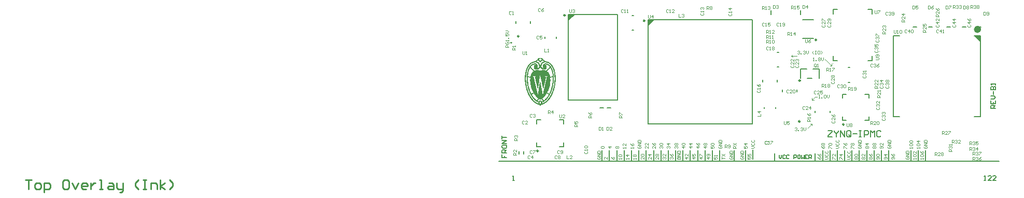
<source format=gbr>
G04 Layer_Color=65535*
%FSLAX24Y24*%
%MOIN*%
%TF.FileFunction,Legend,Top*%
%TF.Part,Single*%
G01*
G75*
%TA.AperFunction,NonConductor*%
%ADD55C,0.0100*%
%ADD88C,0.0098*%
%ADD89C,0.0039*%
%ADD90C,0.0079*%
%ADD91C,0.0050*%
%ADD92C,0.0080*%
%ADD93C,0.0040*%
%ADD94C,0.0060*%
%ADD147C,0.0236*%
%ADD148C,0.0010*%
G36*
X31028Y9293D02*
X30628Y9693D01*
X31028D01*
Y9293D01*
D02*
G37*
G36*
X9646Y10348D02*
Y10709D01*
X10006D01*
X9646Y10348D01*
D02*
G37*
G36*
X4528Y10688D02*
Y11063D01*
X4902D01*
X4528Y10688D01*
D02*
G37*
D55*
X-30400Y400D02*
X-30000D01*
X-30200D01*
Y-200D01*
X-29700D02*
X-29500D01*
X-29400Y-100D01*
Y100D01*
X-29500Y200D01*
X-29700D01*
X-29800Y100D01*
Y-100D01*
X-29700Y-200D01*
X-29200Y-400D02*
Y200D01*
X-28900D01*
X-28801Y100D01*
Y-100D01*
X-28900Y-200D01*
X-29200D01*
X-27701Y400D02*
X-27901D01*
X-28001Y300D01*
Y-100D01*
X-27901Y-200D01*
X-27701D01*
X-27601Y-100D01*
Y300D01*
X-27701Y400D01*
X-27401Y200D02*
X-27201Y-200D01*
X-27001Y200D01*
X-26501Y-200D02*
X-26701D01*
X-26801Y-100D01*
Y100D01*
X-26701Y200D01*
X-26501D01*
X-26401Y100D01*
Y-0D01*
X-26801D01*
X-26201Y200D02*
Y-200D01*
Y-0D01*
X-26101Y100D01*
X-26001Y200D01*
X-25901D01*
X-25602Y-200D02*
X-25402D01*
X-25502D01*
Y400D01*
X-25602D01*
X-25002Y200D02*
X-24802D01*
X-24702Y100D01*
Y-200D01*
X-25002D01*
X-25102Y-100D01*
X-25002Y-0D01*
X-24702D01*
X-24502Y200D02*
Y-100D01*
X-24402Y-200D01*
X-24102D01*
Y-300D01*
X-24202Y-400D01*
X-24302D01*
X-24102Y-200D02*
Y200D01*
X-23102Y-200D02*
X-23302Y-0D01*
Y200D01*
X-23102Y400D01*
X-22802D02*
X-22603D01*
X-22702D01*
Y-200D01*
X-22802D01*
X-22603D01*
X-22303D02*
Y200D01*
X-22003D01*
X-21903Y100D01*
Y-200D01*
X-21703D02*
Y400D01*
Y-0D02*
X-21403Y200D01*
X-21703Y-0D02*
X-21403Y-200D01*
X-21103D02*
X-20903Y-0D01*
Y200D01*
X-21103Y400D01*
D88*
X1348Y9646D02*
G03*
X1348Y9646I-49J0D01*
G01*
X20482Y9419D02*
G03*
X20482Y9419I-49J0D01*
G01*
X4321Y11004D02*
G03*
X4321Y11004I-49J0D01*
G01*
X22254Y3976D02*
G03*
X22254Y3976I-49J0D01*
G01*
X9439Y10650D02*
G03*
X9439Y10650I-49J0D01*
G01*
X19439Y6794D02*
G03*
X19439Y6794I-49J0D01*
G01*
X2592Y2278D02*
G03*
X2592Y2278I-49J0D01*
G01*
X19419Y4173D02*
G03*
X19419Y4173I-49J0D01*
G01*
D89*
X24542Y8676D02*
G03*
X24542Y8676I-20J0D01*
G01*
X21555Y7913D02*
G03*
X21555Y7913I-20J0D01*
G01*
D90*
X19567Y10728D02*
X20276D01*
X19567Y9508D02*
X20266D01*
X24055Y11081D02*
Y11378D01*
Y8071D02*
Y8368D01*
X21535Y11081D02*
Y11378D01*
Y8071D02*
Y8368D01*
X23791Y11378D02*
X24055D01*
X21535D02*
X21799D01*
X23791Y8071D02*
X24055D01*
X21535D02*
X21799D01*
X1358Y2087D02*
Y2244D01*
X1634Y2087D02*
Y2244D01*
X4528Y5551D02*
X7677D01*
X4528Y11063D02*
X7677D01*
Y5551D02*
Y11063D01*
X4528Y5551D02*
Y11063D01*
Y10688D02*
X4902Y11063D01*
X19449D02*
Y11299D01*
X3740Y9528D02*
Y9606D01*
X3031Y9528D02*
Y9606D01*
X25428Y4493D02*
X25828D01*
X30628D02*
X31028D01*
X25428Y9693D02*
X25828D01*
X30628D02*
X31028D01*
X25428Y4493D02*
Y9693D01*
X31028Y4493D02*
Y9693D01*
X22146Y4232D02*
X22392D01*
X22146D02*
Y4478D01*
Y5679D02*
Y5925D01*
X22392D01*
X23593D02*
X23839D01*
Y5679D02*
Y5925D01*
X23593Y4232D02*
X23839D01*
Y4478D01*
X9646Y4016D02*
X16339D01*
X9646Y10709D02*
X16339D01*
Y4016D02*
Y10709D01*
X9646Y4016D02*
Y10709D01*
Y10348D02*
X10006Y10709D01*
X1142Y10492D02*
Y10610D01*
X2087Y10492D02*
Y10610D01*
X27677Y10236D02*
X27913D01*
X26693D02*
X26929D01*
X22500Y6693D02*
X22618D01*
X22500Y7638D02*
X22618D01*
X17933Y7677D02*
X18051D01*
X17933Y8622D02*
X18051D01*
X18268Y6083D02*
Y6201D01*
X19213Y6083D02*
Y6201D01*
X17953Y6713D02*
Y6831D01*
X17008Y6713D02*
Y6831D01*
X8602Y10984D02*
X8720D01*
X8602Y10039D02*
X8720D01*
X30827Y10236D02*
X31063D01*
X28858D02*
X29094D01*
X29843D02*
X30079D01*
X7008Y5039D02*
X7244D01*
X6535D02*
X6772D01*
X17559Y11063D02*
Y11299D01*
X17126Y5000D02*
Y5079D01*
X17835Y5000D02*
Y5079D01*
X19889Y6944D02*
X20189D01*
X19439D02*
Y7544D01*
X19839D01*
X20239D02*
X20639D01*
Y6944D02*
Y7544D01*
X2484Y2534D02*
X2750D01*
X2484D02*
Y2800D01*
X3950Y2534D02*
X4216D01*
Y2800D01*
X3950Y4266D02*
X4216D01*
Y4000D02*
Y4266D01*
X2484D02*
X2750D01*
X2484Y4000D02*
Y4266D01*
X21339Y4744D02*
Y4862D01*
X20394Y4744D02*
Y4862D01*
D91*
X27480Y1693D02*
Y2323D01*
X27008Y1693D02*
Y2323D01*
X26535Y1693D02*
Y2323D01*
X25118Y1693D02*
Y2323D01*
X24646Y1693D02*
Y2323D01*
X24173Y1693D02*
Y2323D01*
X23701Y1693D02*
Y2323D01*
X23228Y1693D02*
Y2323D01*
X22756Y1693D02*
Y2323D01*
X22283Y1693D02*
Y2323D01*
X21811Y1693D02*
Y2323D01*
X21339Y1693D02*
Y2323D01*
X20866Y1693D02*
Y2323D01*
X20394Y1609D02*
Y2126D01*
X17795Y1609D02*
Y2126D01*
X16378Y1732D02*
Y2362D01*
X15906Y1693D02*
Y2323D01*
X15197Y1693D02*
Y2323D01*
X14252Y1693D02*
Y2323D01*
X13780Y1693D02*
Y2323D01*
X13307Y1693D02*
Y2323D01*
X12835Y1693D02*
Y2323D01*
X12362Y1693D02*
Y2323D01*
X11890Y1693D02*
Y2323D01*
X11417Y1693D02*
Y2323D01*
X10945Y1693D02*
Y2323D01*
X10472Y1693D02*
Y2323D01*
X10000Y1693D02*
Y2323D01*
X9528Y1693D02*
Y2323D01*
X9055Y1693D02*
Y2323D01*
X8583Y1693D02*
Y2323D01*
X8110Y1693D02*
Y2323D01*
X7638Y1693D02*
Y2323D01*
X7165Y1693D02*
Y2323D01*
X6693Y1693D02*
Y2323D01*
X50Y1609D02*
X32230D01*
X18071Y2012D02*
Y1852D01*
X18151Y1772D01*
X18231Y1852D01*
Y2012D01*
X18471Y1972D02*
X18431Y2012D01*
X18351D01*
X18311Y1972D01*
Y1812D01*
X18351Y1772D01*
X18431D01*
X18471Y1812D01*
X18711Y1972D02*
X18671Y2012D01*
X18591D01*
X18551Y1972D01*
Y1812D01*
X18591Y1772D01*
X18671D01*
X18711Y1812D01*
X19031Y1772D02*
Y2012D01*
X19151D01*
X19190Y1972D01*
Y1892D01*
X19151Y1852D01*
X19031D01*
X19390Y2012D02*
X19310D01*
X19270Y1972D01*
Y1812D01*
X19310Y1772D01*
X19390D01*
X19430Y1812D01*
Y1972D01*
X19390Y2012D01*
X19510D02*
Y1772D01*
X19590Y1852D01*
X19670Y1772D01*
Y2012D01*
X19910D02*
X19750D01*
Y1772D01*
X19910D01*
X19750Y1892D02*
X19830D01*
X19990Y1772D02*
Y2012D01*
X20110D01*
X20150Y1972D01*
Y1892D01*
X20110Y1852D01*
X19990D01*
X20070D02*
X20150Y1772D01*
D92*
X21220Y3589D02*
X21487D01*
Y3522D01*
X21220Y3256D01*
Y3189D01*
X21487D01*
X21620Y3589D02*
Y3522D01*
X21754Y3389D01*
X21887Y3522D01*
Y3589D01*
X21754Y3389D02*
Y3189D01*
X22020D02*
Y3589D01*
X22287Y3189D01*
Y3589D01*
X22687Y3256D02*
Y3522D01*
X22620Y3589D01*
X22487D01*
X22420Y3522D01*
Y3256D01*
X22487Y3189D01*
X22620D01*
X22553Y3322D02*
X22687Y3189D01*
X22620D02*
X22687Y3256D01*
X22820Y3389D02*
X23087D01*
X23220Y3589D02*
X23353D01*
X23286D01*
Y3189D01*
X23220D01*
X23353D01*
X23553D02*
Y3589D01*
X23753D01*
X23820Y3522D01*
Y3389D01*
X23753Y3322D01*
X23553D01*
X23953Y3189D02*
Y3589D01*
X24086Y3456D01*
X24220Y3589D01*
Y3189D01*
X24619Y3522D02*
X24553Y3589D01*
X24419D01*
X24353Y3522D01*
Y3256D01*
X24419Y3189D01*
X24553D01*
X24619Y3256D01*
D93*
X748Y9252D02*
X866D01*
X827Y9291D02*
X866Y9252D01*
X827Y9213D02*
Y9291D01*
Y9213D02*
X866Y9252D01*
X20394Y5748D02*
X20512D01*
X20197Y5551D02*
X20394Y5748D01*
X20197Y5551D02*
Y5669D01*
Y5551D02*
X20315D01*
X18858Y8386D02*
X19213D01*
X19252Y8425D01*
X18858Y8386D02*
X18937Y8465D01*
X18858Y8386D02*
X18937Y8307D01*
X21024Y8150D02*
X21063D01*
X21457Y7756D01*
Y7874D01*
X21339Y7756D02*
X21457D01*
X19921Y3740D02*
Y3740D01*
X20197Y4016D01*
X20079D02*
X20197D01*
Y3898D02*
Y4016D01*
X14567Y2480D02*
Y2680D01*
X14667D01*
X14700Y2647D01*
Y2580D01*
X14667Y2547D01*
X14567D01*
X14634D02*
X14700Y2480D01*
X14767Y2514D02*
X14800Y2480D01*
X14867D01*
X14900Y2514D01*
Y2647D01*
X14867Y2680D01*
X14800D01*
X14767Y2647D01*
Y2614D01*
X14800Y2580D01*
X14900D01*
X22402Y4058D02*
Y3892D01*
X22435Y3858D01*
X22502D01*
X22535Y3892D01*
Y4058D01*
X22602Y4025D02*
X22635Y4058D01*
X22701D01*
X22735Y4025D01*
Y3992D01*
X22701Y3958D01*
X22735Y3925D01*
Y3892D01*
X22701Y3858D01*
X22635D01*
X22602Y3892D01*
Y3925D01*
X22635Y3958D01*
X22602Y3992D01*
Y4025D01*
X22635Y3958D02*
X22701D01*
X842Y11230D02*
X809Y11263D01*
X742D01*
X709Y11230D01*
Y11096D01*
X742Y11063D01*
X809D01*
X842Y11096D01*
X909Y11063D02*
X975D01*
X942D01*
Y11263D01*
X909Y11230D01*
X28180Y10370D02*
X28147Y10336D01*
Y10270D01*
X28180Y10236D01*
X28313D01*
X28346Y10270D01*
Y10336D01*
X28313Y10370D01*
X28346Y10536D02*
X28147D01*
X28246Y10436D01*
Y10569D01*
X28346Y10769D02*
Y10636D01*
X28213Y10769D01*
X28180D01*
X28147Y10736D01*
Y10669D01*
X28180Y10636D01*
X21487Y4228D02*
X21454Y4194D01*
Y4128D01*
X21487Y4094D01*
X21620D01*
X21654Y4128D01*
Y4194D01*
X21620Y4228D01*
X21654Y4428D02*
Y4294D01*
X21520Y4428D01*
X21487D01*
X21454Y4394D01*
Y4328D01*
X21487Y4294D01*
X21454Y4628D02*
X21487Y4561D01*
X21554Y4494D01*
X21620D01*
X21654Y4528D01*
Y4594D01*
X21620Y4628D01*
X21587D01*
X21554Y4594D01*
Y4494D01*
X24213Y11302D02*
Y11136D01*
X24246Y11102D01*
X24313D01*
X24346Y11136D01*
Y11302D01*
X24413D02*
X24546D01*
Y11269D01*
X24413Y11136D01*
Y11102D01*
X24921Y9803D02*
X24721D01*
Y9903D01*
X24755Y9936D01*
X24821D01*
X24855Y9903D01*
Y9803D01*
Y9870D02*
X24921Y9936D01*
Y10136D02*
Y10003D01*
X24788Y10136D01*
X24755D01*
X24721Y10103D01*
Y10036D01*
X24755Y10003D01*
Y10203D02*
X24721Y10236D01*
Y10303D01*
X24755Y10336D01*
X24788D01*
X24821Y10303D01*
Y10270D01*
Y10303D01*
X24855Y10336D01*
X24888D01*
X24921Y10303D01*
Y10236D01*
X24888Y10203D01*
X1575Y8665D02*
Y8498D01*
X1608Y8465D01*
X1675D01*
X1708Y8498D01*
Y8665D01*
X1775Y8465D02*
X1841D01*
X1808D01*
Y8665D01*
X1775Y8631D01*
X24288Y8150D02*
X24455D01*
X24488Y8183D01*
Y8250D01*
X24455Y8283D01*
X24288D01*
X24455Y8350D02*
X24488Y8383D01*
Y8450D01*
X24455Y8483D01*
X24322D01*
X24288Y8450D01*
Y8383D01*
X24322Y8350D01*
X24355D01*
X24388Y8383D01*
Y8483D01*
X18386Y4176D02*
Y4010D01*
X18419Y3976D01*
X18486D01*
X18519Y4010D01*
Y4176D01*
X18719D02*
X18586D01*
Y4076D01*
X18652Y4110D01*
X18686D01*
X18719Y4076D01*
Y4010D01*
X18686Y3976D01*
X18619D01*
X18586Y4010D01*
X3937Y4609D02*
Y4443D01*
X3970Y4409D01*
X4037D01*
X4070Y4443D01*
Y4609D01*
X4270Y4409D02*
X4137D01*
X4270Y4543D01*
Y4576D01*
X4237Y4609D01*
X4170D01*
X4137Y4576D01*
X19764Y9452D02*
Y9285D01*
X19797Y9252D01*
X19864D01*
X19897Y9285D01*
Y9452D01*
X20097D02*
X20030Y9419D01*
X19964Y9352D01*
Y9285D01*
X19997Y9252D01*
X20064D01*
X20097Y9285D01*
Y9319D01*
X20064Y9352D01*
X19964D01*
X4567Y11381D02*
Y11214D01*
X4600Y11181D01*
X4667D01*
X4700Y11214D01*
Y11381D01*
X4767Y11348D02*
X4800Y11381D01*
X4867D01*
X4900Y11348D01*
Y11314D01*
X4867Y11281D01*
X4834D01*
X4867D01*
X4900Y11248D01*
Y11214D01*
X4867Y11181D01*
X4800D01*
X4767Y11214D01*
X9646Y11027D02*
Y10860D01*
X9679Y10827D01*
X9746D01*
X9779Y10860D01*
Y11027D01*
X9946Y10827D02*
Y11027D01*
X9846Y10927D01*
X9979D01*
X18858Y11417D02*
Y11617D01*
X18958D01*
X18992Y11584D01*
Y11517D01*
X18958Y11484D01*
X18858D01*
X18925D02*
X18992Y11417D01*
X19058D02*
X19125D01*
X19092D01*
Y11617D01*
X19058Y11584D01*
X19358Y11617D02*
X19225D01*
Y11517D01*
X19291Y11551D01*
X19325D01*
X19358Y11517D01*
Y11451D01*
X19325Y11417D01*
X19258D01*
X19225Y11451D01*
X16968Y11378D02*
Y11578D01*
X17068D01*
X17102Y11545D01*
Y11478D01*
X17068Y11445D01*
X16968D01*
X17035D02*
X17102Y11378D01*
X17168D02*
X17235D01*
X17202D01*
Y11578D01*
X17168Y11545D01*
X17335D02*
X17368Y11578D01*
X17435D01*
X17468Y11545D01*
Y11511D01*
X17435Y11478D01*
X17402D01*
X17435D01*
X17468Y11445D01*
Y11411D01*
X17435Y11378D01*
X17368D01*
X17335Y11411D01*
X30512Y2008D02*
Y2208D01*
X30612D01*
X30645Y2174D01*
Y2108D01*
X30612Y2075D01*
X30512D01*
X30578D02*
X30645Y2008D01*
X30712Y2174D02*
X30745Y2208D01*
X30812D01*
X30845Y2174D01*
Y2141D01*
X30812Y2108D01*
X30778D01*
X30812D01*
X30845Y2075D01*
Y2041D01*
X30812Y2008D01*
X30745D01*
X30712Y2041D01*
X30912Y2208D02*
X31045D01*
Y2174D01*
X30912Y2041D01*
Y2008D01*
X30315Y2323D02*
Y2523D01*
X30415D01*
X30448Y2489D01*
Y2423D01*
X30415Y2389D01*
X30315D01*
X30382D02*
X30448Y2323D01*
X30515Y2489D02*
X30548Y2523D01*
X30615D01*
X30648Y2489D01*
Y2456D01*
X30615Y2423D01*
X30582D01*
X30615D01*
X30648Y2389D01*
Y2356D01*
X30615Y2323D01*
X30548D01*
X30515Y2356D01*
X30815Y2323D02*
Y2523D01*
X30715Y2423D01*
X30848D01*
X29173Y2244D02*
X28973D01*
Y2344D01*
X29007Y2377D01*
X29073D01*
X29107Y2344D01*
Y2244D01*
Y2311D02*
X29173Y2377D01*
X29007Y2444D02*
X28973Y2477D01*
Y2544D01*
X29007Y2577D01*
X29040D01*
X29073Y2544D01*
Y2511D01*
Y2544D01*
X29107Y2577D01*
X29140D01*
X29173Y2544D01*
Y2477D01*
X29140Y2444D01*
X29173Y2644D02*
Y2711D01*
Y2677D01*
X28973D01*
X29007Y2644D01*
X30512Y1693D02*
Y1893D01*
X30612D01*
X30645Y1860D01*
Y1793D01*
X30612Y1760D01*
X30512D01*
X30578D02*
X30645Y1693D01*
X30712Y1860D02*
X30745Y1893D01*
X30812D01*
X30845Y1860D01*
Y1826D01*
X30812Y1793D01*
X30778D01*
X30812D01*
X30845Y1760D01*
Y1726D01*
X30812Y1693D01*
X30745D01*
X30712Y1726D01*
X31045Y1893D02*
X30978Y1860D01*
X30912Y1793D01*
Y1726D01*
X30945Y1693D01*
X31012D01*
X31045Y1726D01*
Y1760D01*
X31012Y1793D01*
X30912D01*
X30315Y2677D02*
Y2877D01*
X30415D01*
X30448Y2844D01*
Y2777D01*
X30415Y2744D01*
X30315D01*
X30382D02*
X30448Y2677D01*
X30515Y2844D02*
X30548Y2877D01*
X30615D01*
X30648Y2844D01*
Y2810D01*
X30615Y2777D01*
X30582D01*
X30615D01*
X30648Y2744D01*
Y2710D01*
X30615Y2677D01*
X30548D01*
X30515Y2710D01*
X30848Y2877D02*
X30715D01*
Y2777D01*
X30781Y2810D01*
X30815D01*
X30848Y2777D01*
Y2710D01*
X30815Y2677D01*
X30748D01*
X30715Y2710D01*
X29173Y2795D02*
Y2995D01*
X29273D01*
X29307Y2962D01*
Y2895D01*
X29273Y2862D01*
X29173D01*
X29240D02*
X29307Y2795D01*
X29373Y2962D02*
X29406Y2995D01*
X29473D01*
X29506Y2962D01*
Y2929D01*
X29473Y2895D01*
X29440D01*
X29473D01*
X29506Y2862D01*
Y2829D01*
X29473Y2795D01*
X29406D01*
X29373Y2829D01*
X29706Y2795D02*
X29573D01*
X29706Y2929D01*
Y2962D01*
X29673Y2995D01*
X29606D01*
X29573Y2962D01*
X13425Y11378D02*
Y11578D01*
X13525D01*
X13558Y11545D01*
Y11478D01*
X13525Y11445D01*
X13425D01*
X13492D02*
X13558Y11378D01*
X13625Y11545D02*
X13658Y11578D01*
X13725D01*
X13758Y11545D01*
Y11511D01*
X13725Y11478D01*
X13758Y11445D01*
Y11411D01*
X13725Y11378D01*
X13658D01*
X13625Y11411D01*
Y11445D01*
X13658Y11478D01*
X13625Y11511D01*
Y11545D01*
X13658Y11478D02*
X13725D01*
X17244Y9843D02*
Y10042D01*
X17344D01*
X17377Y10009D01*
Y9942D01*
X17344Y9909D01*
X17244D01*
X17311D02*
X17377Y9843D01*
X17444D02*
X17511D01*
X17477D01*
Y10042D01*
X17444Y10009D01*
X17744Y9843D02*
X17611D01*
X17744Y9976D01*
Y10009D01*
X17711Y10042D01*
X17644D01*
X17611Y10009D01*
X17244Y9528D02*
Y9727D01*
X17344D01*
X17377Y9694D01*
Y9628D01*
X17344Y9594D01*
X17244D01*
X17311D02*
X17377Y9528D01*
X17444D02*
X17511D01*
X17477D01*
Y9727D01*
X17444Y9694D01*
X17611Y9528D02*
X17677D01*
X17644D01*
Y9727D01*
X17611Y9694D01*
X17244Y9213D02*
Y9413D01*
X17344D01*
X17377Y9379D01*
Y9313D01*
X17344Y9279D01*
X17244D01*
X17311D02*
X17377Y9213D01*
X17444D02*
X17511D01*
X17477D01*
Y9413D01*
X17444Y9379D01*
X17611D02*
X17644Y9413D01*
X17711D01*
X17744Y9379D01*
Y9246D01*
X17711Y9213D01*
X17644D01*
X17611Y9246D01*
Y9379D01*
X6024Y4409D02*
X5824D01*
Y4509D01*
X5857Y4543D01*
X5924D01*
X5957Y4509D01*
Y4409D01*
Y4476D02*
X6024Y4543D01*
X5824Y4743D02*
X5857Y4676D01*
X5924Y4609D01*
X5990D01*
X6024Y4643D01*
Y4709D01*
X5990Y4743D01*
X5957D01*
X5924Y4709D01*
Y4609D01*
X7992Y4409D02*
X7792D01*
Y4509D01*
X7826Y4543D01*
X7892D01*
X7925Y4509D01*
Y4409D01*
Y4476D02*
X7992Y4543D01*
X7792Y4609D02*
Y4743D01*
X7826D01*
X7959Y4609D01*
X7992D01*
X1102Y8780D02*
X902D01*
Y8880D01*
X936Y8913D01*
X1002D01*
X1036Y8880D01*
Y8780D01*
Y8846D02*
X1102Y8913D01*
Y8979D02*
Y9046D01*
Y9013D01*
X902D01*
X936Y8979D01*
X21102Y7402D02*
Y7602D01*
X21202D01*
X21236Y7568D01*
Y7502D01*
X21202Y7468D01*
X21102D01*
X21169D02*
X21236Y7402D01*
X21302D02*
X21369D01*
X21336D01*
Y7602D01*
X21302Y7568D01*
X21469Y7602D02*
X21602D01*
Y7568D01*
X21469Y7435D01*
Y7402D01*
X20079Y4173D02*
X19879D01*
Y4273D01*
X19912Y4307D01*
X19979D01*
X20012Y4273D01*
Y4173D01*
Y4240D02*
X20079Y4307D01*
Y4373D02*
Y4440D01*
Y4406D01*
X19879D01*
X19912Y4373D01*
X19879Y4673D02*
X19912Y4606D01*
X19979Y4540D01*
X20045D01*
X20079Y4573D01*
Y4640D01*
X20045Y4673D01*
X20012D01*
X19979Y4640D01*
Y4540D01*
X24567Y5709D02*
X24367D01*
Y5809D01*
X24400Y5842D01*
X24467D01*
X24500Y5809D01*
Y5709D01*
Y5775D02*
X24567Y5842D01*
Y6042D02*
Y5909D01*
X24434Y6042D01*
X24400D01*
X24367Y6009D01*
Y5942D01*
X24400Y5909D01*
X24567Y6109D02*
Y6175D01*
Y6142D01*
X24367D01*
X24400Y6109D01*
X23937Y3976D02*
Y4176D01*
X24037D01*
X24070Y4143D01*
Y4076D01*
X24037Y4043D01*
X23937D01*
X24004D02*
X24070Y3976D01*
X24270D02*
X24137D01*
X24270Y4110D01*
Y4143D01*
X24237Y4176D01*
X24170D01*
X24137Y4143D01*
X24337D02*
X24370Y4176D01*
X24437D01*
X24470Y4143D01*
Y4010D01*
X24437Y3976D01*
X24370D01*
X24337Y4010D01*
Y4143D01*
X22520Y6181D02*
Y6381D01*
X22620D01*
X22653Y6348D01*
Y6281D01*
X22620Y6248D01*
X22520D01*
X22586D02*
X22653Y6181D01*
X22720D02*
X22786D01*
X22753D01*
Y6381D01*
X22720Y6348D01*
X22886Y6214D02*
X22920Y6181D01*
X22986D01*
X23020Y6214D01*
Y6348D01*
X22986Y6381D01*
X22920D01*
X22886Y6348D01*
Y6314D01*
X22920Y6281D01*
X23020D01*
X20827Y6378D02*
Y6578D01*
X20927D01*
X20960Y6545D01*
Y6478D01*
X20927Y6445D01*
X20827D01*
X20893D02*
X20960Y6378D01*
X21027D02*
X21093D01*
X21060D01*
Y6578D01*
X21027Y6545D01*
X21193D02*
X21227Y6578D01*
X21293D01*
X21327Y6545D01*
Y6511D01*
X21293Y6478D01*
X21327Y6445D01*
Y6411D01*
X21293Y6378D01*
X21227D01*
X21193Y6411D01*
Y6445D01*
X21227Y6478D01*
X21193Y6511D01*
Y6545D01*
X21227Y6478D02*
X21293D01*
X29252Y11457D02*
Y11657D01*
X29352D01*
X29385Y11623D01*
Y11557D01*
X29352Y11523D01*
X29252D01*
X29319D02*
X29385Y11457D01*
X29452Y11623D02*
X29485Y11657D01*
X29552D01*
X29585Y11623D01*
Y11590D01*
X29552Y11557D01*
X29519D01*
X29552D01*
X29585Y11523D01*
Y11490D01*
X29552Y11457D01*
X29485D01*
X29452Y11490D01*
X29652Y11623D02*
X29685Y11657D01*
X29752D01*
X29785Y11623D01*
Y11590D01*
X29752Y11557D01*
X29718D01*
X29752D01*
X29785Y11523D01*
Y11490D01*
X29752Y11457D01*
X29685D01*
X29652Y11490D01*
X28346Y10906D02*
X28147D01*
Y11005D01*
X28180Y11039D01*
X28246D01*
X28280Y11005D01*
Y10906D01*
Y10972D02*
X28346Y11039D01*
Y11239D02*
Y11105D01*
X28213Y11239D01*
X28180D01*
X28147Y11205D01*
Y11139D01*
X28180Y11105D01*
X28147Y11439D02*
X28180Y11372D01*
X28246Y11305D01*
X28313D01*
X28346Y11339D01*
Y11405D01*
X28313Y11439D01*
X28280D01*
X28246Y11405D01*
Y11305D01*
X30394Y11457D02*
Y11657D01*
X30494D01*
X30527Y11623D01*
Y11557D01*
X30494Y11523D01*
X30394D01*
X30460D02*
X30527Y11457D01*
X30594Y11623D02*
X30627Y11657D01*
X30694D01*
X30727Y11623D01*
Y11590D01*
X30694Y11557D01*
X30660D01*
X30694D01*
X30727Y11523D01*
Y11490D01*
X30694Y11457D01*
X30627D01*
X30594Y11490D01*
X30794Y11623D02*
X30827Y11657D01*
X30894D01*
X30927Y11623D01*
Y11590D01*
X30894Y11557D01*
X30927Y11523D01*
Y11490D01*
X30894Y11457D01*
X30827D01*
X30794Y11490D01*
Y11523D01*
X30827Y11557D01*
X30794Y11590D01*
Y11623D01*
X30827Y11557D02*
X30894D01*
X5118Y3858D02*
X4918D01*
Y3958D01*
X4951Y3992D01*
X5018D01*
X5051Y3958D01*
Y3858D01*
Y3925D02*
X5118Y3992D01*
X4918Y4191D02*
Y4058D01*
X5018D01*
X4985Y4125D01*
Y4158D01*
X5018Y4191D01*
X5085D01*
X5118Y4158D01*
Y4092D01*
X5085Y4058D01*
X3228Y4685D02*
Y4885D01*
X3328D01*
X3362Y4852D01*
Y4785D01*
X3328Y4752D01*
X3228D01*
X3295D02*
X3362Y4685D01*
X3528D02*
Y4885D01*
X3428Y4785D01*
X3562D01*
X1260Y2953D02*
X1060D01*
Y3053D01*
X1093Y3086D01*
X1160D01*
X1193Y3053D01*
Y2953D01*
Y3019D02*
X1260Y3086D01*
X1093Y3153D02*
X1060Y3186D01*
Y3253D01*
X1093Y3286D01*
X1127D01*
X1160Y3253D01*
Y3219D01*
Y3253D01*
X1193Y3286D01*
X1227D01*
X1260Y3253D01*
Y3186D01*
X1227Y3153D01*
X1181Y2008D02*
X981D01*
Y2108D01*
X1014Y2141D01*
X1081D01*
X1114Y2108D01*
Y2008D01*
Y2075D02*
X1181Y2141D01*
Y2341D02*
Y2208D01*
X1048Y2341D01*
X1014D01*
X981Y2308D01*
Y2241D01*
X1014Y2208D01*
X28543Y3346D02*
Y3546D01*
X28643D01*
X28677Y3513D01*
Y3446D01*
X28643Y3413D01*
X28543D01*
X28610D02*
X28677Y3346D01*
X28877D02*
X28743D01*
X28877Y3480D01*
Y3513D01*
X28843Y3546D01*
X28777D01*
X28743Y3513D01*
X28943Y3546D02*
X29076D01*
Y3513D01*
X28943Y3380D01*
Y3346D01*
X18622Y9724D02*
Y9924D01*
X18722D01*
X18755Y9891D01*
Y9824D01*
X18722Y9791D01*
X18622D01*
X18689D02*
X18755Y9724D01*
X18822D02*
X18889D01*
X18855D01*
Y9924D01*
X18822Y9891D01*
X19089Y9724D02*
Y9924D01*
X18989Y9824D01*
X19122D01*
X24409Y6299D02*
X24210D01*
Y6399D01*
X24243Y6432D01*
X24309D01*
X24343Y6399D01*
Y6299D01*
Y6366D02*
X24409Y6432D01*
Y6632D02*
Y6499D01*
X24276Y6632D01*
X24243D01*
X24210Y6599D01*
Y6532D01*
X24243Y6499D01*
X24409Y6832D02*
Y6699D01*
X24276Y6832D01*
X24243D01*
X24210Y6799D01*
Y6732D01*
X24243Y6699D01*
X20448Y7710D02*
Y7844D01*
X20415Y7877D01*
X20348D01*
X20315Y7844D01*
Y7710D01*
X20348Y7677D01*
X20415D01*
X20382Y7744D02*
X20448Y7677D01*
X20415D02*
X20448Y7710D01*
X20515Y7677D02*
X20582D01*
X20548D01*
Y7877D01*
X20515Y7844D01*
X2992Y8861D02*
Y8661D01*
X3125D01*
X3192D02*
X3259D01*
X3225D01*
Y8861D01*
X3192Y8828D01*
X16690Y4528D02*
X16890D01*
Y4661D01*
Y4827D02*
X16690D01*
X16790Y4727D01*
Y4861D01*
X4409Y1972D02*
Y1772D01*
X4543D01*
X4743D02*
X4609D01*
X4743Y1905D01*
Y1938D01*
X4709Y1972D01*
X4643D01*
X4609Y1938D01*
X11614Y11066D02*
Y10866D01*
X11747D01*
X11814Y11033D02*
X11847Y11066D01*
X11914D01*
X11947Y11033D01*
Y10999D01*
X11914Y10966D01*
X11881D01*
X11914D01*
X11947Y10933D01*
Y10899D01*
X11914Y10866D01*
X11847D01*
X11814Y10899D01*
X19567Y11657D02*
Y11457D01*
X19667D01*
X19700Y11490D01*
Y11623D01*
X19667Y11657D01*
X19567D01*
X19867Y11457D02*
Y11657D01*
X19767Y11557D01*
X19900D01*
X17677Y11657D02*
Y11457D01*
X17777D01*
X17810Y11490D01*
Y11623D01*
X17777Y11657D01*
X17677D01*
X17877Y11623D02*
X17910Y11657D01*
X17977D01*
X18010Y11623D01*
Y11590D01*
X17977Y11557D01*
X17944D01*
X17977D01*
X18010Y11523D01*
Y11490D01*
X17977Y11457D01*
X17910D01*
X17877Y11490D01*
X6496Y3822D02*
Y3622D01*
X6596D01*
X6629Y3655D01*
Y3789D01*
X6596Y3822D01*
X6496D01*
X6696Y3622D02*
X6763D01*
X6729D01*
Y3822D01*
X6696Y3789D01*
X6969Y3822D02*
Y3622D01*
X7068D01*
X7102Y3655D01*
Y3789D01*
X7068Y3822D01*
X6969D01*
X7302Y3622D02*
X7168D01*
X7302Y3755D01*
Y3789D01*
X7268Y3822D01*
X7202D01*
X7168Y3789D01*
X29921Y11617D02*
Y11417D01*
X30021D01*
X30055Y11451D01*
Y11584D01*
X30021Y11617D01*
X29921D01*
X30121Y11584D02*
X30155Y11617D01*
X30221D01*
X30254Y11584D01*
Y11551D01*
X30221Y11517D01*
X30254Y11484D01*
Y11451D01*
X30221Y11417D01*
X30155D01*
X30121Y11451D01*
Y11484D01*
X30155Y11517D01*
X30121Y11551D01*
Y11584D01*
X30155Y11517D02*
X30221D01*
X28780Y11617D02*
Y11417D01*
X28879D01*
X28913Y11451D01*
Y11584D01*
X28879Y11617D01*
X28780D01*
X28979D02*
X29113D01*
Y11584D01*
X28979Y11451D01*
Y11417D01*
X31220Y11224D02*
Y11024D01*
X31320D01*
X31354Y11057D01*
Y11190D01*
X31320Y11224D01*
X31220D01*
X31420Y11057D02*
X31454Y11024D01*
X31520D01*
X31554Y11057D01*
Y11190D01*
X31520Y11224D01*
X31454D01*
X31420Y11190D01*
Y11157D01*
X31454Y11124D01*
X31554D01*
X17102Y10482D02*
X17068Y10515D01*
X17002D01*
X16968Y10482D01*
Y10348D01*
X17002Y10315D01*
X17068D01*
X17102Y10348D01*
X17168Y10315D02*
X17235D01*
X17202D01*
Y10515D01*
X17168Y10482D01*
X17468Y10515D02*
X17335D01*
Y10415D01*
X17402Y10448D01*
X17435D01*
X17468Y10415D01*
Y10348D01*
X17435Y10315D01*
X17368D01*
X17335Y10348D01*
X8047Y11348D02*
X8013Y11381D01*
X7947D01*
X7913Y11348D01*
Y11214D01*
X7947Y11181D01*
X8013D01*
X8047Y11214D01*
X8113Y11181D02*
X8180D01*
X8147D01*
Y11381D01*
X8113Y11348D01*
X8280Y11181D02*
X8347D01*
X8313D01*
Y11381D01*
X8280Y11348D01*
X2614Y9655D02*
X2580Y9688D01*
X2514D01*
X2480Y9655D01*
Y9522D01*
X2514Y9488D01*
X2580D01*
X2614Y9522D01*
X2814Y9688D02*
X2680D01*
Y9588D01*
X2747Y9621D01*
X2780D01*
X2814Y9588D01*
Y9522D01*
X2780Y9488D01*
X2714D01*
X2680Y9522D01*
X24361Y5094D02*
X24328Y5061D01*
Y4994D01*
X24361Y4961D01*
X24494D01*
X24528Y4994D01*
Y5061D01*
X24494Y5094D01*
X24361Y5161D02*
X24328Y5194D01*
Y5261D01*
X24361Y5294D01*
X24394D01*
X24428Y5261D01*
Y5227D01*
Y5261D01*
X24461Y5294D01*
X24494D01*
X24528Y5261D01*
Y5194D01*
X24494Y5161D01*
X24528Y5494D02*
Y5361D01*
X24394Y5494D01*
X24361D01*
X24328Y5460D01*
Y5394D01*
X24361Y5361D01*
X21448Y6747D02*
X21414Y6714D01*
Y6647D01*
X21448Y6614D01*
X21581D01*
X21614Y6647D01*
Y6714D01*
X21581Y6747D01*
X21614Y6947D02*
Y6814D01*
X21481Y6947D01*
X21448D01*
X21414Y6914D01*
Y6847D01*
X21448Y6814D01*
Y7014D02*
X21414Y7047D01*
Y7114D01*
X21448Y7147D01*
X21481D01*
X21514Y7114D01*
X21548Y7147D01*
X21581D01*
X21614Y7114D01*
Y7047D01*
X21581Y7014D01*
X21548D01*
X21514Y7047D01*
X21481Y7014D01*
X21448D01*
X21514Y7047D02*
Y7114D01*
X19164Y7771D02*
X19131Y7738D01*
Y7671D01*
X19164Y7638D01*
X19297D01*
X19331Y7671D01*
Y7738D01*
X19297Y7771D01*
X19331Y7971D02*
Y7838D01*
X19197Y7971D01*
X19164D01*
X19131Y7938D01*
Y7871D01*
X19164Y7838D01*
Y8038D02*
X19131Y8071D01*
Y8138D01*
X19164Y8171D01*
X19197D01*
X19231Y8138D01*
Y8104D01*
Y8138D01*
X19264Y8171D01*
X19297D01*
X19331Y8138D01*
Y8071D01*
X19297Y8038D01*
X20448Y6111D02*
X20415Y6145D01*
X20348D01*
X20315Y6111D01*
Y5978D01*
X20348Y5945D01*
X20415D01*
X20448Y5978D01*
X20648Y5945D02*
X20515D01*
X20648Y6078D01*
Y6111D01*
X20615Y6145D01*
X20548D01*
X20515Y6111D01*
X20848Y6145D02*
X20715D01*
Y6045D01*
X20781Y6078D01*
X20815D01*
X20848Y6045D01*
Y5978D01*
X20815Y5945D01*
X20748D01*
X20715Y5978D01*
X16684Y6196D02*
X16650Y6163D01*
Y6096D01*
X16684Y6063D01*
X16817D01*
X16850Y6096D01*
Y6163D01*
X16817Y6196D01*
X16850Y6263D02*
Y6330D01*
Y6296D01*
X16650D01*
X16684Y6263D01*
X16650Y6563D02*
X16684Y6496D01*
X16750Y6430D01*
X16817D01*
X16850Y6463D01*
Y6530D01*
X16817Y6563D01*
X16784D01*
X16750Y6530D01*
Y6430D01*
X17299Y2883D02*
X17265Y2916D01*
X17199D01*
X17165Y2883D01*
Y2750D01*
X17199Y2717D01*
X17265D01*
X17299Y2750D01*
X17365Y2717D02*
X17432D01*
X17399D01*
Y2916D01*
X17365Y2883D01*
X17532Y2916D02*
X17665D01*
Y2883D01*
X17532Y2750D01*
Y2717D01*
X24715Y4385D02*
X24682Y4352D01*
Y4285D01*
X24715Y4252D01*
X24849D01*
X24882Y4285D01*
Y4352D01*
X24849Y4385D01*
X24715Y4452D02*
X24682Y4485D01*
Y4552D01*
X24715Y4585D01*
X24749D01*
X24782Y4552D01*
Y4519D01*
Y4552D01*
X24815Y4585D01*
X24849D01*
X24882Y4552D01*
Y4485D01*
X24849Y4452D01*
X24715Y4652D02*
X24682Y4685D01*
Y4752D01*
X24715Y4785D01*
X24749D01*
X24782Y4752D01*
Y4718D01*
Y4752D01*
X24815Y4785D01*
X24849D01*
X24882Y4752D01*
Y4685D01*
X24849Y4652D01*
X24243Y8755D02*
X24210Y8722D01*
Y8655D01*
X24243Y8622D01*
X24376D01*
X24409Y8655D01*
Y8722D01*
X24376Y8755D01*
X24243Y8822D02*
X24210Y8855D01*
Y8922D01*
X24243Y8955D01*
X24276D01*
X24309Y8922D01*
Y8889D01*
Y8922D01*
X24343Y8955D01*
X24376D01*
X24409Y8922D01*
Y8855D01*
X24376Y8822D01*
X24210Y9155D02*
Y9022D01*
X24309D01*
X24276Y9089D01*
Y9122D01*
X24309Y9155D01*
X24376D01*
X24409Y9122D01*
Y9055D01*
X24376Y9022D01*
X30227Y10370D02*
X30194Y10336D01*
Y10270D01*
X30227Y10236D01*
X30360D01*
X30394Y10270D01*
Y10336D01*
X30360Y10370D01*
X30394Y10536D02*
X30194D01*
X30294Y10436D01*
Y10569D01*
X30194Y10769D02*
X30227Y10703D01*
X30294Y10636D01*
X30360D01*
X30394Y10669D01*
Y10736D01*
X30360Y10769D01*
X30327D01*
X30294Y10736D01*
Y10636D01*
X29243Y10370D02*
X29210Y10336D01*
Y10270D01*
X29243Y10236D01*
X29376D01*
X29409Y10270D01*
Y10336D01*
X29376Y10370D01*
X29409Y10536D02*
X29210D01*
X29309Y10436D01*
Y10569D01*
X29409Y10736D02*
X29210D01*
X29309Y10636D01*
Y10769D01*
X24322Y9425D02*
X24288Y9391D01*
Y9325D01*
X24322Y9291D01*
X24455D01*
X24488Y9325D01*
Y9391D01*
X24455Y9425D01*
X24322Y9491D02*
X24288Y9525D01*
Y9591D01*
X24322Y9625D01*
X24355D01*
X24388Y9591D01*
Y9558D01*
Y9591D01*
X24422Y9625D01*
X24455D01*
X24488Y9591D01*
Y9525D01*
X24455Y9491D01*
X24288Y9691D02*
Y9825D01*
X24322D01*
X24455Y9691D01*
X24488D01*
X24070Y7844D02*
X24037Y7877D01*
X23970D01*
X23937Y7844D01*
Y7710D01*
X23970Y7677D01*
X24037D01*
X24070Y7710D01*
X24137Y7844D02*
X24170Y7877D01*
X24237D01*
X24270Y7844D01*
Y7810D01*
X24237Y7777D01*
X24204D01*
X24237D01*
X24270Y7744D01*
Y7710D01*
X24237Y7677D01*
X24170D01*
X24137Y7710D01*
X24470Y7877D02*
X24404Y7844D01*
X24337Y7777D01*
Y7710D01*
X24370Y7677D01*
X24437D01*
X24470Y7710D01*
Y7744D01*
X24437Y7777D01*
X24337D01*
X28322Y10049D02*
X28289Y10082D01*
X28222D01*
X28189Y10049D01*
Y9915D01*
X28222Y9882D01*
X28289D01*
X28322Y9915D01*
X28489Y9882D02*
Y10082D01*
X28389Y9982D01*
X28522D01*
X28589Y9882D02*
X28655D01*
X28622D01*
Y10082D01*
X28589Y10049D01*
X26275D02*
X26242Y10082D01*
X26175D01*
X26142Y10049D01*
Y9915D01*
X26175Y9882D01*
X26242D01*
X26275Y9915D01*
X26442Y9882D02*
Y10082D01*
X26342Y9982D01*
X26475D01*
X26542Y10049D02*
X26575Y10082D01*
X26642D01*
X26675Y10049D01*
Y9915D01*
X26642Y9882D01*
X26575D01*
X26542Y9915D01*
Y10049D01*
X5581Y2259D02*
X5548Y2226D01*
Y2159D01*
X5581Y2126D01*
X5715D01*
X5748Y2159D01*
Y2226D01*
X5715Y2259D01*
X5748Y2326D02*
Y2393D01*
Y2359D01*
X5548D01*
X5581Y2326D01*
Y2493D02*
X5548Y2526D01*
Y2592D01*
X5581Y2626D01*
X5715D01*
X5748Y2592D01*
Y2526D01*
X5715Y2493D01*
X5581D01*
X2181Y4615D02*
X2147Y4649D01*
X2081D01*
X2047Y4615D01*
Y4482D01*
X2081Y4449D01*
X2147D01*
X2181Y4482D01*
X2247Y4615D02*
X2280Y4649D01*
X2347D01*
X2380Y4615D01*
Y4582D01*
X2347Y4549D01*
X2314D01*
X2347D01*
X2380Y4515D01*
Y4482D01*
X2347Y4449D01*
X2280D01*
X2247Y4482D01*
X2062Y1938D02*
X2029Y1972D01*
X1962D01*
X1929Y1938D01*
Y1805D01*
X1962Y1772D01*
X2029D01*
X2062Y1805D01*
X2229Y1772D02*
Y1972D01*
X2129Y1872D01*
X2262D01*
X2181Y2293D02*
X2147Y2326D01*
X2081D01*
X2047Y2293D01*
Y2159D01*
X2081Y2126D01*
X2147D01*
X2181Y2159D01*
X2247Y2326D02*
X2380D01*
Y2293D01*
X2247Y2159D01*
Y2126D01*
X3952Y2293D02*
X3919Y2326D01*
X3852D01*
X3819Y2293D01*
Y2159D01*
X3852Y2126D01*
X3919D01*
X3952Y2159D01*
X4019D02*
X4052Y2126D01*
X4119D01*
X4152Y2159D01*
Y2293D01*
X4119Y2326D01*
X4052D01*
X4019Y2293D01*
Y2259D01*
X4052Y2226D01*
X4152D01*
X3795Y1938D02*
X3761Y1972D01*
X3695D01*
X3661Y1938D01*
Y1805D01*
X3695Y1772D01*
X3761D01*
X3795Y1805D01*
X3861Y1938D02*
X3895Y1972D01*
X3961D01*
X3995Y1938D01*
Y1905D01*
X3961Y1872D01*
X3995Y1838D01*
Y1805D01*
X3961Y1772D01*
X3895D01*
X3861Y1805D01*
Y1838D01*
X3895Y1872D01*
X3861Y1905D01*
Y1938D01*
X3895Y1872D02*
X3961D01*
X1669Y4182D02*
X1635Y4216D01*
X1569D01*
X1535Y4182D01*
Y4049D01*
X1569Y4016D01*
X1635D01*
X1669Y4049D01*
X1869Y4016D02*
X1735D01*
X1869Y4149D01*
Y4182D01*
X1835Y4216D01*
X1769D01*
X1735Y4182D01*
X18677Y6190D02*
X18643Y6224D01*
X18577D01*
X18543Y6190D01*
Y6057D01*
X18577Y6024D01*
X18643D01*
X18677Y6057D01*
X18877Y6024D02*
X18743D01*
X18877Y6157D01*
Y6190D01*
X18843Y6224D01*
X18777D01*
X18743Y6190D01*
X18943D02*
X18977Y6224D01*
X19043D01*
X19076Y6190D01*
Y6057D01*
X19043Y6024D01*
X18977D01*
X18943Y6057D01*
Y6190D01*
X13062Y11157D02*
X13028Y11124D01*
Y11057D01*
X13062Y11024D01*
X13195D01*
X13228Y11057D01*
Y11124D01*
X13195Y11157D01*
X13228Y11224D02*
Y11290D01*
Y11257D01*
X13028D01*
X13062Y11224D01*
Y11390D02*
X13028Y11423D01*
Y11490D01*
X13062Y11523D01*
X13095D01*
X13128Y11490D01*
Y11457D01*
Y11490D01*
X13162Y11523D01*
X13195D01*
X13228Y11490D01*
Y11423D01*
X13195Y11390D01*
X14833Y11118D02*
X14800Y11084D01*
Y11018D01*
X14833Y10984D01*
X14967D01*
X15000Y11018D01*
Y11084D01*
X14967Y11118D01*
X15000Y11184D02*
Y11251D01*
Y11218D01*
X14800D01*
X14833Y11184D01*
X15000Y11451D02*
X14800D01*
X14900Y11351D01*
Y11484D01*
X17377Y8946D02*
X17344Y8979D01*
X17277D01*
X17244Y8946D01*
Y8813D01*
X17277Y8780D01*
X17344D01*
X17377Y8813D01*
X17444Y8780D02*
X17511D01*
X17477D01*
Y8979D01*
X17444Y8946D01*
X17611D02*
X17644Y8979D01*
X17711D01*
X17744Y8946D01*
Y8913D01*
X17711Y8880D01*
X17744Y8846D01*
Y8813D01*
X17711Y8780D01*
X17644D01*
X17611Y8813D01*
Y8846D01*
X17644Y8880D01*
X17611Y8913D01*
Y8946D01*
X17644Y8880D02*
X17711D01*
X18849Y7771D02*
X18816Y7738D01*
Y7671D01*
X18849Y7638D01*
X18982D01*
X19016Y7671D01*
Y7738D01*
X18982Y7771D01*
X19016Y7971D02*
Y7838D01*
X18882Y7971D01*
X18849D01*
X18816Y7938D01*
Y7871D01*
X18849Y7838D01*
X19016Y8171D02*
Y8038D01*
X18882Y8171D01*
X18849D01*
X18816Y8138D01*
Y8071D01*
X18849Y8038D01*
X21944Y6505D02*
X21911Y6539D01*
X21844D01*
X21811Y6505D01*
Y6372D01*
X21844Y6339D01*
X21911D01*
X21944Y6372D01*
X22011Y6505D02*
X22044Y6539D01*
X22111D01*
X22144Y6505D01*
Y6472D01*
X22111Y6439D01*
X22078D01*
X22111D01*
X22144Y6405D01*
Y6372D01*
X22111Y6339D01*
X22044D01*
X22011Y6372D01*
X22211Y6505D02*
X22244Y6539D01*
X22311D01*
X22344Y6505D01*
Y6372D01*
X22311Y6339D01*
X22244D01*
X22211Y6372D01*
Y6505D01*
X21211Y10370D02*
X21178Y10336D01*
Y10270D01*
X21211Y10236D01*
X21345D01*
X21378Y10270D01*
Y10336D01*
X21345Y10370D01*
X21378Y10569D02*
Y10436D01*
X21245Y10569D01*
X21211D01*
X21178Y10536D01*
Y10469D01*
X21211Y10436D01*
X21345Y10636D02*
X21378Y10669D01*
Y10736D01*
X21345Y10769D01*
X21211D01*
X21178Y10736D01*
Y10669D01*
X21211Y10636D01*
X21245D01*
X21278Y10669D01*
Y10769D01*
X20857Y10370D02*
X20824Y10336D01*
Y10270D01*
X20857Y10236D01*
X20990D01*
X21024Y10270D01*
Y10336D01*
X20990Y10370D01*
X21024Y10569D02*
Y10436D01*
X20890Y10569D01*
X20857D01*
X20824Y10536D01*
Y10469D01*
X20857Y10436D01*
X20824Y10636D02*
Y10769D01*
X20857D01*
X20990Y10636D01*
X21024D01*
X26654Y11617D02*
Y11417D01*
X26754D01*
X26787Y11451D01*
Y11584D01*
X26754Y11617D01*
X26654D01*
X26987D02*
X26853D01*
Y11517D01*
X26920Y11551D01*
X26953D01*
X26987Y11517D01*
Y11451D01*
X26953Y11417D01*
X26887D01*
X26853Y11451D01*
X27638Y11617D02*
Y11417D01*
X27738D01*
X27771Y11451D01*
Y11584D01*
X27738Y11617D01*
X27638D01*
X27971D02*
X27904Y11584D01*
X27838Y11517D01*
Y11451D01*
X27871Y11417D01*
X27938D01*
X27971Y11451D01*
Y11484D01*
X27938Y11517D01*
X27838D01*
X26142Y10591D02*
X25942D01*
Y10691D01*
X25975Y10724D01*
X26042D01*
X26075Y10691D01*
Y10591D01*
Y10657D02*
X26142Y10724D01*
Y10924D02*
Y10790D01*
X26008Y10924D01*
X25975D01*
X25942Y10890D01*
Y10824D01*
X25975Y10790D01*
X26142Y11090D02*
X25942D01*
X26042Y10990D01*
Y11124D01*
X27520Y9921D02*
X27320D01*
Y10021D01*
X27353Y10055D01*
X27420D01*
X27453Y10021D01*
Y9921D01*
Y9988D02*
X27520Y10055D01*
Y10254D02*
Y10121D01*
X27386Y10254D01*
X27353D01*
X27320Y10221D01*
Y10155D01*
X27353Y10121D01*
X27320Y10454D02*
Y10321D01*
X27420D01*
X27386Y10388D01*
Y10421D01*
X27420Y10454D01*
X27486D01*
X27520Y10421D01*
Y10354D01*
X27486Y10321D01*
X19700Y5127D02*
X19667Y5161D01*
X19600D01*
X19567Y5127D01*
Y4994D01*
X19600Y4961D01*
X19667D01*
X19700Y4994D01*
X19900Y4961D02*
X19767D01*
X19900Y5094D01*
Y5127D01*
X19867Y5161D01*
X19800D01*
X19767Y5127D01*
X20067Y4961D02*
Y5161D01*
X19967Y5061D01*
X20100D01*
X23495Y7102D02*
X23461Y7068D01*
Y7002D01*
X23495Y6969D01*
X23628D01*
X23661Y7002D01*
Y7068D01*
X23628Y7102D01*
X23495Y7168D02*
X23461Y7202D01*
Y7268D01*
X23495Y7302D01*
X23528D01*
X23561Y7268D01*
Y7235D01*
Y7268D01*
X23595Y7302D01*
X23628D01*
X23661Y7268D01*
Y7202D01*
X23628Y7168D01*
X23661Y7368D02*
Y7435D01*
Y7402D01*
X23461D01*
X23495Y7368D01*
X2732Y11426D02*
X2698Y11460D01*
X2632D01*
X2598Y11426D01*
Y11293D01*
X2632Y11260D01*
X2698D01*
X2732Y11293D01*
X2932Y11460D02*
X2865Y11426D01*
X2798Y11360D01*
Y11293D01*
X2832Y11260D01*
X2898D01*
X2932Y11293D01*
Y11326D01*
X2898Y11360D01*
X2798D01*
X28071Y1969D02*
Y2168D01*
X28171D01*
X28204Y2135D01*
Y2068D01*
X28171Y2035D01*
X28071D01*
X28138D02*
X28204Y1969D01*
X28404D02*
X28271D01*
X28404Y2102D01*
Y2135D01*
X28371Y2168D01*
X28304D01*
X28271Y2135D01*
X28471D02*
X28504Y2168D01*
X28571D01*
X28604Y2135D01*
Y2102D01*
X28571Y2068D01*
X28604Y2035D01*
Y2002D01*
X28571Y1969D01*
X28504D01*
X28471Y2002D01*
Y2035D01*
X28504Y2068D01*
X28471Y2102D01*
Y2135D01*
X28504Y2068D02*
X28571D01*
X24952Y6432D02*
X24918Y6399D01*
Y6333D01*
X24952Y6299D01*
X25085D01*
X25118Y6333D01*
Y6399D01*
X25085Y6432D01*
X24952Y6499D02*
X24918Y6532D01*
Y6599D01*
X24952Y6632D01*
X24985D01*
X25018Y6599D01*
Y6566D01*
Y6599D01*
X25051Y6632D01*
X25085D01*
X25118Y6599D01*
Y6532D01*
X25085Y6499D01*
X24952Y6699D02*
X24918Y6732D01*
Y6799D01*
X24952Y6832D01*
X24985D01*
X25018Y6799D01*
X25051Y6832D01*
X25085D01*
X25118Y6799D01*
Y6732D01*
X25085Y6699D01*
X25051D01*
X25018Y6732D01*
X24985Y6699D01*
X24952D01*
X25018Y6732D02*
Y6799D01*
X24597Y6432D02*
X24564Y6399D01*
Y6333D01*
X24597Y6299D01*
X24730D01*
X24764Y6333D01*
Y6399D01*
X24730Y6432D01*
X24597Y6499D02*
X24564Y6532D01*
Y6599D01*
X24597Y6632D01*
X24630D01*
X24664Y6599D01*
Y6566D01*
Y6599D01*
X24697Y6632D01*
X24730D01*
X24764Y6599D01*
Y6532D01*
X24730Y6499D01*
X24764Y6799D02*
X24564D01*
X24664Y6699D01*
Y6832D01*
X25055Y11190D02*
X25021Y11224D01*
X24955D01*
X24921Y11190D01*
Y11057D01*
X24955Y11024D01*
X25021D01*
X25055Y11057D01*
X25121Y11190D02*
X25155Y11224D01*
X25221D01*
X25254Y11190D01*
Y11157D01*
X25221Y11124D01*
X25188D01*
X25221D01*
X25254Y11090D01*
Y11057D01*
X25221Y11024D01*
X25155D01*
X25121Y11057D01*
X25321D02*
X25354Y11024D01*
X25421D01*
X25454Y11057D01*
Y11190D01*
X25421Y11224D01*
X25354D01*
X25321Y11190D01*
Y11157D01*
X25354Y11124D01*
X25454D01*
X10960Y11348D02*
X10927Y11381D01*
X10860D01*
X10827Y11348D01*
Y11214D01*
X10860Y11181D01*
X10927D01*
X10960Y11214D01*
X11027Y11181D02*
X11093D01*
X11060D01*
Y11381D01*
X11027Y11348D01*
X11327Y11181D02*
X11193D01*
X11327Y11314D01*
Y11348D01*
X11293Y11381D01*
X11227D01*
X11193Y11348D01*
X25433Y10042D02*
Y9876D01*
X25466Y9843D01*
X25533D01*
X25566Y9876D01*
Y10042D01*
X25633Y9843D02*
X25700D01*
X25666D01*
Y10042D01*
X25633Y10009D01*
X25800D02*
X25833Y10042D01*
X25900D01*
X25933Y10009D01*
Y9876D01*
X25900Y9843D01*
X25833D01*
X25800Y9876D01*
Y10009D01*
X18047Y10482D02*
X18013Y10515D01*
X17947D01*
X17913Y10482D01*
Y10348D01*
X17947Y10315D01*
X18013D01*
X18047Y10348D01*
X18113Y10315D02*
X18180D01*
X18147D01*
Y10515D01*
X18113Y10482D01*
X18280Y10348D02*
X18313Y10315D01*
X18380D01*
X18413Y10348D01*
Y10482D01*
X18380Y10515D01*
X18313D01*
X18280Y10482D01*
Y10448D01*
X18313Y10415D01*
X18413D01*
X27362Y1732D02*
Y1799D01*
Y1766D01*
X27162D01*
X27196Y1732D01*
Y1899D02*
X27162Y1932D01*
Y1999D01*
X27196Y2032D01*
X27329D01*
X27362Y1999D01*
Y1932D01*
X27329Y1899D01*
X27196D01*
X27162Y2232D02*
X27196Y2165D01*
X27262Y2099D01*
X27329D01*
X27362Y2132D01*
Y2199D01*
X27329Y2232D01*
X27296D01*
X27262Y2199D01*
Y2099D01*
X27432Y2574D02*
X27398Y2541D01*
Y2474D01*
X27432Y2441D01*
X27565D01*
X27598Y2474D01*
Y2541D01*
X27565Y2574D01*
X27498D01*
Y2508D01*
X27598Y2641D02*
X27398D01*
X27598Y2774D01*
X27398D01*
Y2841D02*
X27598D01*
Y2941D01*
X27565Y2974D01*
X27432D01*
X27398Y2941D01*
Y2841D01*
X26890Y1732D02*
Y1799D01*
Y1766D01*
X26690D01*
X26723Y1732D01*
Y1899D02*
X26690Y1932D01*
Y1999D01*
X26723Y2032D01*
X26856D01*
X26890Y1999D01*
Y1932D01*
X26856Y1899D01*
X26723D01*
X26890Y2232D02*
Y2099D01*
X26756Y2232D01*
X26723D01*
X26690Y2199D01*
Y2132D01*
X26723Y2099D01*
X27126Y2441D02*
Y2508D01*
Y2474D01*
X26926D01*
X26959Y2441D01*
Y2608D02*
X26926Y2641D01*
Y2708D01*
X26959Y2741D01*
X27093D01*
X27126Y2708D01*
Y2641D01*
X27093Y2608D01*
X26959D01*
X27126Y2907D02*
X26926D01*
X27026Y2807D01*
Y2941D01*
X26251Y1866D02*
X26217Y1832D01*
Y1766D01*
X26251Y1732D01*
X26384D01*
X26417Y1766D01*
Y1832D01*
X26384Y1866D01*
X26317D01*
Y1799D01*
X26417Y1932D02*
X26217D01*
X26417Y2066D01*
X26217D01*
Y2132D02*
X26417D01*
Y2232D01*
X26384Y2265D01*
X26251D01*
X26217Y2232D01*
Y2132D01*
X26654Y2441D02*
Y2508D01*
Y2474D01*
X26454D01*
X26487Y2441D01*
Y2608D02*
X26454Y2641D01*
Y2708D01*
X26487Y2741D01*
X26620D01*
X26654Y2708D01*
Y2641D01*
X26620Y2608D01*
X26487D01*
Y2807D02*
X26454Y2841D01*
Y2907D01*
X26487Y2941D01*
X26620D01*
X26654Y2907D01*
Y2841D01*
X26620Y2807D01*
X26487D01*
X25439Y1732D02*
X25472Y1766D01*
Y1832D01*
X25439Y1866D01*
X25306D01*
X25273Y1832D01*
Y1766D01*
X25306Y1732D01*
X25339D01*
X25372Y1766D01*
Y1866D01*
X25273Y2066D02*
X25306Y1999D01*
X25372Y1932D01*
X25439D01*
X25472Y1966D01*
Y2032D01*
X25439Y2066D01*
X25406D01*
X25372Y2032D01*
Y1932D01*
X24967Y1732D02*
X25000Y1766D01*
Y1832D01*
X24967Y1866D01*
X24833D01*
X24800Y1832D01*
Y1766D01*
X24833Y1732D01*
X24867D01*
X24900Y1766D01*
Y1866D01*
X25000Y2032D02*
X24800D01*
X24900Y1932D01*
Y2066D01*
X25070Y2574D02*
X25036Y2541D01*
Y2474D01*
X25070Y2441D01*
X25203D01*
X25236Y2474D01*
Y2541D01*
X25203Y2574D01*
X25136D01*
Y2508D01*
X25236Y2641D02*
X25036D01*
X25236Y2774D01*
X25036D01*
Y2841D02*
X25236D01*
Y2941D01*
X25203Y2974D01*
X25070D01*
X25036Y2941D01*
Y2841D01*
X24494Y1732D02*
X24528Y1766D01*
Y1832D01*
X24494Y1866D01*
X24361D01*
X24328Y1832D01*
Y1766D01*
X24361Y1732D01*
X24394D01*
X24428Y1766D01*
Y1866D01*
X24361Y1932D02*
X24328Y1966D01*
Y2032D01*
X24361Y2066D01*
X24494D01*
X24528Y2032D01*
Y1966D01*
X24494Y1932D01*
X24361D01*
X24730Y2441D02*
X24764Y2474D01*
Y2541D01*
X24730Y2574D01*
X24597D01*
X24564Y2541D01*
Y2474D01*
X24597Y2441D01*
X24630D01*
X24664Y2474D01*
Y2574D01*
X24764Y2774D02*
Y2641D01*
X24630Y2774D01*
X24597D01*
X24564Y2741D01*
Y2674D01*
X24597Y2641D01*
X23889Y1732D02*
X23855Y1766D01*
Y1832D01*
X23889Y1866D01*
X23922D01*
X23955Y1832D01*
X23988Y1866D01*
X24022D01*
X24055Y1832D01*
Y1766D01*
X24022Y1732D01*
X23988D01*
X23955Y1766D01*
X23922Y1732D01*
X23889D01*
X23955Y1766D02*
Y1832D01*
X23855Y2066D02*
X23889Y1999D01*
X23955Y1932D01*
X24022D01*
X24055Y1966D01*
Y2032D01*
X24022Y2066D01*
X23988D01*
X23955Y2032D01*
Y1932D01*
X24125Y2441D02*
X24091Y2474D01*
Y2541D01*
X24125Y2574D01*
X24158D01*
X24191Y2541D01*
X24225Y2574D01*
X24258D01*
X24291Y2541D01*
Y2474D01*
X24258Y2441D01*
X24225D01*
X24191Y2474D01*
X24158Y2441D01*
X24125D01*
X24191Y2474D02*
Y2541D01*
X24125Y2641D02*
X24091Y2674D01*
Y2741D01*
X24125Y2774D01*
X24158D01*
X24191Y2741D01*
X24225Y2774D01*
X24258D01*
X24291Y2741D01*
Y2674D01*
X24258Y2641D01*
X24225D01*
X24191Y2674D01*
X24158Y2641D01*
X24125D01*
X24191Y2674D02*
Y2741D01*
X23416Y1732D02*
X23383Y1766D01*
Y1832D01*
X23416Y1866D01*
X23449D01*
X23483Y1832D01*
X23516Y1866D01*
X23549D01*
X23583Y1832D01*
Y1766D01*
X23549Y1732D01*
X23516D01*
X23483Y1766D01*
X23449Y1732D01*
X23416D01*
X23483Y1766D02*
Y1832D01*
X23583Y2066D02*
Y1932D01*
X23449Y2066D01*
X23416D01*
X23383Y2032D01*
Y1966D01*
X23416Y1932D01*
X23652Y2441D02*
X23619Y2474D01*
Y2541D01*
X23652Y2574D01*
X23686D01*
X23719Y2541D01*
X23752Y2574D01*
X23786D01*
X23819Y2541D01*
Y2474D01*
X23786Y2441D01*
X23752D01*
X23719Y2474D01*
X23686Y2441D01*
X23652D01*
X23719Y2474D02*
Y2541D01*
X23819Y2741D02*
X23619D01*
X23719Y2641D01*
Y2774D01*
X22944Y1732D02*
X22910Y1766D01*
Y1832D01*
X22944Y1866D01*
X22977D01*
X23010Y1832D01*
X23044Y1866D01*
X23077D01*
X23110Y1832D01*
Y1766D01*
X23077Y1732D01*
X23044D01*
X23010Y1766D01*
X22977Y1732D01*
X22944D01*
X23010Y1766D02*
Y1832D01*
X22944Y1932D02*
X22910Y1966D01*
Y2032D01*
X22944Y2066D01*
X23077D01*
X23110Y2032D01*
Y1966D01*
X23077Y1932D01*
X22944D01*
X23180Y2574D02*
X23147Y2541D01*
Y2474D01*
X23180Y2441D01*
X23313D01*
X23346Y2474D01*
Y2541D01*
X23313Y2574D01*
X23246D01*
Y2508D01*
X23346Y2641D02*
X23147D01*
X23346Y2774D01*
X23147D01*
Y2841D02*
X23346D01*
Y2941D01*
X23313Y2974D01*
X23180D01*
X23147Y2941D01*
Y2841D01*
X22438Y1732D02*
X22571D01*
X22638Y1799D01*
X22571Y1866D01*
X22438D01*
X22471Y2066D02*
X22438Y2032D01*
Y1966D01*
X22471Y1932D01*
X22604D01*
X22638Y1966D01*
Y2032D01*
X22604Y2066D01*
X22471Y2265D02*
X22438Y2232D01*
Y2165D01*
X22471Y2132D01*
X22604D01*
X22638Y2165D01*
Y2232D01*
X22604Y2265D01*
X22674Y2441D02*
Y2574D01*
X22707D01*
X22841Y2441D01*
X22874D01*
X22707Y2641D02*
X22674Y2674D01*
Y2741D01*
X22707Y2774D01*
X22741D01*
X22774Y2741D01*
X22807Y2774D01*
X22841D01*
X22874Y2741D01*
Y2674D01*
X22841Y2641D01*
X22807D01*
X22774Y2674D01*
X22741Y2641D01*
X22707D01*
X22774Y2674D02*
Y2741D01*
X21965Y1732D02*
Y1866D01*
X21999D01*
X22132Y1732D01*
X22165D01*
Y2032D02*
X21965D01*
X22065Y1932D01*
Y2066D01*
X22202Y2441D02*
Y2574D01*
X22235D01*
X22368Y2441D01*
X22402D01*
X22202Y2774D02*
X22235Y2708D01*
X22302Y2641D01*
X22368D01*
X22402Y2674D01*
Y2741D01*
X22368Y2774D01*
X22335D01*
X22302Y2741D01*
Y2641D01*
X21493Y1732D02*
Y1866D01*
X21526D01*
X21660Y1732D01*
X21693D01*
Y2066D02*
Y1932D01*
X21560Y2066D01*
X21526D01*
X21493Y2032D01*
Y1966D01*
X21526Y1932D01*
X21729Y2441D02*
X21862D01*
X21929Y2508D01*
X21862Y2574D01*
X21729D01*
X21763Y2774D02*
X21729Y2741D01*
Y2674D01*
X21763Y2641D01*
X21896D01*
X21929Y2674D01*
Y2741D01*
X21896Y2774D01*
X21763Y2974D02*
X21729Y2941D01*
Y2874D01*
X21763Y2841D01*
X21896D01*
X21929Y2874D01*
Y2941D01*
X21896Y2974D01*
X21021Y1732D02*
X21154D01*
X21220Y1799D01*
X21154Y1866D01*
X21021D01*
X21054Y2066D02*
X21021Y2032D01*
Y1966D01*
X21054Y1932D01*
X21187D01*
X21220Y1966D01*
Y2032D01*
X21187Y2066D01*
X21054Y2265D02*
X21021Y2232D01*
Y2165D01*
X21054Y2132D01*
X21187D01*
X21220Y2165D01*
Y2232D01*
X21187Y2265D01*
X21257Y2441D02*
Y2574D01*
X21290D01*
X21423Y2441D01*
X21457D01*
X21290Y2641D02*
X21257Y2674D01*
Y2741D01*
X21290Y2774D01*
X21423D01*
X21457Y2741D01*
Y2674D01*
X21423Y2641D01*
X21290D01*
X20548Y1866D02*
X20581Y1799D01*
X20648Y1732D01*
X20715D01*
X20748Y1766D01*
Y1832D01*
X20715Y1866D01*
X20681D01*
X20648Y1832D01*
Y1732D01*
X20548Y2066D02*
X20581Y1999D01*
X20648Y1932D01*
X20715D01*
X20748Y1966D01*
Y2032D01*
X20715Y2066D01*
X20681D01*
X20648Y2032D01*
Y1932D01*
X20784Y2574D02*
X20818Y2508D01*
X20884Y2441D01*
X20951D01*
X20984Y2474D01*
Y2541D01*
X20951Y2574D01*
X20918D01*
X20884Y2541D01*
Y2441D01*
X20818Y2641D02*
X20784Y2674D01*
Y2741D01*
X20818Y2774D01*
X20851D01*
X20884Y2741D01*
X20918Y2774D01*
X20951D01*
X20984Y2741D01*
Y2674D01*
X20951Y2641D01*
X20918D01*
X20884Y2674D01*
X20851Y2641D01*
X20818D01*
X20884Y2674D02*
Y2741D01*
X16060Y1866D02*
Y1732D01*
X16160D01*
X16127Y1799D01*
Y1832D01*
X16160Y1866D01*
X16227D01*
X16260Y1832D01*
Y1766D01*
X16227Y1732D01*
X16060Y2066D02*
Y1932D01*
X16160D01*
X16127Y1999D01*
Y2032D01*
X16160Y2066D01*
X16227D01*
X16260Y2032D01*
Y1966D01*
X16227Y1932D01*
X16296Y2441D02*
X16429D01*
X16496Y2508D01*
X16429Y2574D01*
X16296D01*
X16329Y2774D02*
X16296Y2741D01*
Y2674D01*
X16329Y2641D01*
X16463D01*
X16496Y2674D01*
Y2741D01*
X16463Y2774D01*
X16329Y2974D02*
X16296Y2941D01*
Y2874D01*
X16329Y2841D01*
X16463D01*
X16496Y2874D01*
Y2941D01*
X16463Y2974D01*
X15621Y1866D02*
X15587Y1832D01*
Y1766D01*
X15621Y1732D01*
X15754D01*
X15787Y1766D01*
Y1832D01*
X15754Y1866D01*
X15687D01*
Y1799D01*
X15787Y1932D02*
X15587D01*
X15787Y2066D01*
X15587D01*
Y2132D02*
X15787D01*
Y2232D01*
X15754Y2265D01*
X15621D01*
X15587Y2232D01*
Y2132D01*
X15824Y2574D02*
Y2441D01*
X15924D01*
X15890Y2508D01*
Y2541D01*
X15924Y2574D01*
X15990D01*
X16024Y2541D01*
Y2474D01*
X15990Y2441D01*
X16024Y2741D02*
X15824D01*
X15924Y2641D01*
Y2774D01*
X15315Y2441D02*
X15115D01*
Y2541D01*
X15148Y2574D01*
X15215D01*
X15248Y2541D01*
Y2441D01*
Y2508D02*
X15315Y2574D01*
X15115Y2641D02*
X15315Y2774D01*
X15115D02*
X15315Y2641D01*
X14912Y1866D02*
X14879Y1832D01*
Y1766D01*
X14912Y1732D01*
X15045D01*
X15079Y1766D01*
Y1832D01*
X15045Y1866D01*
X14979D01*
Y1799D01*
X15079Y1932D02*
X14879D01*
X15079Y2066D01*
X14879D01*
Y2132D02*
X15079D01*
Y2232D01*
X15045Y2265D01*
X14912D01*
X14879Y2232D01*
Y2132D01*
X14367Y1732D02*
Y1866D01*
Y1799D01*
X14567D01*
X14367Y1932D02*
X14567Y2066D01*
X14367D02*
X14567Y1932D01*
X13895Y1866D02*
Y1732D01*
X13995D01*
X13961Y1799D01*
Y1832D01*
X13995Y1866D01*
X14061D01*
X14094Y1832D01*
Y1766D01*
X14061Y1732D01*
X14094Y1932D02*
Y1999D01*
Y1966D01*
X13895D01*
X13928Y1932D01*
X14203Y2574D02*
X14170Y2541D01*
Y2474D01*
X14203Y2441D01*
X14337D01*
X14370Y2474D01*
Y2541D01*
X14337Y2574D01*
X14270D01*
Y2508D01*
X14370Y2641D02*
X14170D01*
X14370Y2774D01*
X14170D01*
Y2841D02*
X14370D01*
Y2941D01*
X14337Y2974D01*
X14203D01*
X14170Y2941D01*
Y2841D01*
X13622Y1832D02*
X13422D01*
X13522Y1732D01*
Y1866D01*
X13589Y1932D02*
X13622Y1966D01*
Y2032D01*
X13589Y2066D01*
X13455D01*
X13422Y2032D01*
Y1966D01*
X13455Y1932D01*
X13489D01*
X13522Y1966D01*
Y2066D01*
X13698Y2574D02*
Y2441D01*
X13798D01*
X13764Y2508D01*
Y2541D01*
X13798Y2574D01*
X13864D01*
X13898Y2541D01*
Y2474D01*
X13864Y2441D01*
X13731Y2641D02*
X13698Y2674D01*
Y2741D01*
X13731Y2774D01*
X13864D01*
X13898Y2741D01*
Y2674D01*
X13864Y2641D01*
X13731D01*
X13150Y1832D02*
X12950D01*
X13050Y1732D01*
Y1866D01*
X12950Y1932D02*
Y2066D01*
X12983D01*
X13116Y1932D01*
X13150D01*
X13425Y2541D02*
X13225D01*
X13325Y2441D01*
Y2574D01*
X13259Y2641D02*
X13225Y2674D01*
Y2741D01*
X13259Y2774D01*
X13292D01*
X13325Y2741D01*
X13359Y2774D01*
X13392D01*
X13425Y2741D01*
Y2674D01*
X13392Y2641D01*
X13359D01*
X13325Y2674D01*
X13292Y2641D01*
X13259D01*
X13325Y2674D02*
Y2741D01*
X12677Y1832D02*
X12477D01*
X12577Y1732D01*
Y1866D01*
X12477Y2066D02*
Y1932D01*
X12577D01*
X12544Y1999D01*
Y2032D01*
X12577Y2066D01*
X12644D01*
X12677Y2032D01*
Y1966D01*
X12644Y1932D01*
X12953Y2541D02*
X12753D01*
X12853Y2441D01*
Y2574D01*
X12753Y2774D02*
X12786Y2708D01*
X12853Y2641D01*
X12919D01*
X12953Y2674D01*
Y2741D01*
X12919Y2774D01*
X12886D01*
X12853Y2741D01*
Y2641D01*
X12205Y1832D02*
X12005D01*
X12105Y1732D01*
Y1866D01*
X12205Y2066D02*
Y1932D01*
X12071Y2066D01*
X12038D01*
X12005Y2032D01*
Y1966D01*
X12038Y1932D01*
X12480Y2541D02*
X12280D01*
X12380Y2441D01*
Y2574D01*
X12480Y2741D02*
X12280D01*
X12380Y2641D01*
Y2774D01*
X11566Y1866D02*
X11532Y1832D01*
Y1766D01*
X11566Y1732D01*
X11699D01*
X11732Y1766D01*
Y1832D01*
X11699Y1866D01*
X11632D01*
Y1799D01*
X11732Y1932D02*
X11532D01*
X11732Y2066D01*
X11532D01*
Y2132D02*
X11732D01*
Y2232D01*
X11699Y2265D01*
X11566D01*
X11532Y2232D01*
Y2132D01*
X12008Y2541D02*
X11808D01*
X11908Y2441D01*
Y2574D01*
X11841Y2641D02*
X11808Y2674D01*
Y2741D01*
X11841Y2774D01*
X11975D01*
X12008Y2741D01*
Y2674D01*
X11975Y2641D01*
X11841D01*
X11093Y1732D02*
X11060Y1766D01*
Y1832D01*
X11093Y1866D01*
X11127D01*
X11160Y1832D01*
Y1799D01*
Y1832D01*
X11193Y1866D01*
X11227D01*
X11260Y1832D01*
Y1766D01*
X11227Y1732D01*
X11060Y2066D02*
X11093Y1999D01*
X11160Y1932D01*
X11227D01*
X11260Y1966D01*
Y2032D01*
X11227Y2066D01*
X11193D01*
X11160Y2032D01*
Y1932D01*
X11369Y2441D02*
X11336Y2474D01*
Y2541D01*
X11369Y2574D01*
X11402D01*
X11435Y2541D01*
Y2508D01*
Y2541D01*
X11469Y2574D01*
X11502D01*
X11535Y2541D01*
Y2474D01*
X11502Y2441D01*
X11369Y2641D02*
X11336Y2674D01*
Y2741D01*
X11369Y2774D01*
X11402D01*
X11435Y2741D01*
X11469Y2774D01*
X11502D01*
X11535Y2741D01*
Y2674D01*
X11502Y2641D01*
X11469D01*
X11435Y2674D01*
X11402Y2641D01*
X11369D01*
X11435Y2674D02*
Y2741D01*
X10621Y1732D02*
X10587Y1766D01*
Y1832D01*
X10621Y1866D01*
X10654D01*
X10687Y1832D01*
Y1799D01*
Y1832D01*
X10721Y1866D01*
X10754D01*
X10787Y1832D01*
Y1766D01*
X10754Y1732D01*
X10787Y2066D02*
Y1932D01*
X10654Y2066D01*
X10621D01*
X10587Y2032D01*
Y1966D01*
X10621Y1932D01*
X10896Y2441D02*
X10863Y2474D01*
Y2541D01*
X10896Y2574D01*
X10930D01*
X10963Y2541D01*
Y2508D01*
Y2541D01*
X10996Y2574D01*
X11030D01*
X11063Y2541D01*
Y2474D01*
X11030Y2441D01*
X11063Y2741D02*
X10863D01*
X10963Y2641D01*
Y2774D01*
X10315Y1866D02*
Y1732D01*
X10182Y1866D01*
X10148D01*
X10115Y1832D01*
Y1766D01*
X10148Y1732D01*
Y1932D02*
X10115Y1966D01*
Y2032D01*
X10148Y2066D01*
X10182D01*
X10215Y2032D01*
X10248Y2066D01*
X10282D01*
X10315Y2032D01*
Y1966D01*
X10282Y1932D01*
X10248D01*
X10215Y1966D01*
X10182Y1932D01*
X10148D01*
X10215Y1966D02*
Y2032D01*
X10424Y2441D02*
X10391Y2474D01*
Y2541D01*
X10424Y2574D01*
X10457D01*
X10491Y2541D01*
Y2508D01*
Y2541D01*
X10524Y2574D01*
X10557D01*
X10591Y2541D01*
Y2474D01*
X10557Y2441D01*
X10424Y2641D02*
X10391Y2674D01*
Y2741D01*
X10424Y2774D01*
X10557D01*
X10591Y2741D01*
Y2674D01*
X10557Y2641D01*
X10424D01*
X9843Y1866D02*
Y1732D01*
X9709Y1866D01*
X9676D01*
X9643Y1832D01*
Y1766D01*
X9676Y1732D01*
X9843Y2032D02*
X9643D01*
X9743Y1932D01*
Y2066D01*
X10118Y2574D02*
Y2441D01*
X9985Y2574D01*
X9952D01*
X9918Y2541D01*
Y2474D01*
X9952Y2441D01*
X9918Y2774D02*
X9952Y2708D01*
X10018Y2641D01*
X10085D01*
X10118Y2674D01*
Y2741D01*
X10085Y2774D01*
X10051D01*
X10018Y2741D01*
Y2641D01*
X9370Y1866D02*
Y1732D01*
X9237Y1866D01*
X9203D01*
X9170Y1832D01*
Y1766D01*
X9203Y1732D01*
Y1932D02*
X9170Y1966D01*
Y2032D01*
X9203Y2066D01*
X9337D01*
X9370Y2032D01*
Y1966D01*
X9337Y1932D01*
X9203D01*
X9646Y2574D02*
Y2441D01*
X9512Y2574D01*
X9479D01*
X9446Y2541D01*
Y2474D01*
X9479Y2441D01*
X9646Y2774D02*
Y2641D01*
X9512Y2774D01*
X9479D01*
X9446Y2741D01*
Y2674D01*
X9479Y2641D01*
X8898Y1732D02*
Y1799D01*
Y1766D01*
X8698D01*
X8731Y1732D01*
Y1899D02*
X8698Y1932D01*
Y1999D01*
X8731Y2032D01*
X8764D01*
X8798Y1999D01*
X8831Y2032D01*
X8864D01*
X8898Y1999D01*
Y1932D01*
X8864Y1899D01*
X8831D01*
X8798Y1932D01*
X8764Y1899D01*
X8731D01*
X8798Y1932D02*
Y1999D01*
X9007Y2574D02*
X8973Y2541D01*
Y2474D01*
X9007Y2441D01*
X9140D01*
X9173Y2474D01*
Y2541D01*
X9140Y2574D01*
X9073D01*
Y2508D01*
X9173Y2641D02*
X8973D01*
X9173Y2774D01*
X8973D01*
Y2841D02*
X9173D01*
Y2941D01*
X9140Y2974D01*
X9007D01*
X8973Y2941D01*
Y2841D01*
X8425Y1732D02*
Y1799D01*
Y1766D01*
X8225D01*
X8259Y1732D01*
X8425Y1999D02*
X8225D01*
X8325Y1899D01*
Y2032D01*
X8701Y2441D02*
Y2508D01*
Y2474D01*
X8501D01*
X8534Y2441D01*
X8501Y2741D02*
X8534Y2674D01*
X8601Y2608D01*
X8667D01*
X8701Y2641D01*
Y2708D01*
X8667Y2741D01*
X8634D01*
X8601Y2708D01*
Y2608D01*
X7953Y1732D02*
Y1799D01*
Y1766D01*
X7753D01*
X7786Y1732D01*
Y1899D02*
X7753Y1932D01*
Y1999D01*
X7786Y2032D01*
X7919D01*
X7953Y1999D01*
Y1932D01*
X7919Y1899D01*
X7786D01*
X8228Y2441D02*
Y2508D01*
Y2474D01*
X8028D01*
X8062Y2441D01*
X8228Y2741D02*
Y2608D01*
X8095Y2741D01*
X8062D01*
X8028Y2708D01*
Y2641D01*
X8062Y2608D01*
X7280Y1866D02*
X7314Y1799D01*
X7380Y1732D01*
X7447D01*
X7480Y1766D01*
Y1832D01*
X7447Y1866D01*
X7414D01*
X7380Y1832D01*
Y1732D01*
X7589Y2441D02*
X7556Y2474D01*
Y2541D01*
X7589Y2574D01*
X7623D01*
X7656Y2541D01*
X7689Y2574D01*
X7723D01*
X7756Y2541D01*
Y2474D01*
X7723Y2441D01*
X7689D01*
X7656Y2474D01*
X7623Y2441D01*
X7589D01*
X7656Y2474D02*
Y2541D01*
X6408Y1866D02*
X6375Y1832D01*
Y1766D01*
X6408Y1732D01*
X6541D01*
X6575Y1766D01*
Y1832D01*
X6541Y1866D01*
X6475D01*
Y1799D01*
X6575Y1932D02*
X6375D01*
X6575Y2066D01*
X6375D01*
Y2132D02*
X6575D01*
Y2232D01*
X6541Y2265D01*
X6408D01*
X6375Y2232D01*
Y2132D01*
X7283Y2541D02*
X7084D01*
X7183Y2441D01*
Y2574D01*
X7008Y1866D02*
Y1732D01*
X6875Y1866D01*
X6841D01*
X6808Y1832D01*
Y1766D01*
X6841Y1732D01*
X6644Y2441D02*
X6611Y2474D01*
Y2541D01*
X6644Y2574D01*
X6778D01*
X6811Y2541D01*
Y2474D01*
X6778Y2441D01*
X6644D01*
X669Y8937D02*
X469D01*
Y9037D01*
X503Y9070D01*
X569D01*
X603Y9037D01*
Y8937D01*
X503Y9270D02*
X469Y9237D01*
Y9170D01*
X503Y9137D01*
X636D01*
X669Y9170D01*
Y9237D01*
X636Y9270D01*
X569D01*
Y9204D01*
X669Y9337D02*
Y9404D01*
Y9370D01*
X469D01*
X503Y9337D01*
X669Y9503D02*
X636D01*
Y9537D01*
X669D01*
Y9503D01*
X469Y9803D02*
Y9670D01*
X569D01*
X536Y9737D01*
Y9770D01*
X569Y9803D01*
X636D01*
X669Y9770D01*
Y9703D01*
X636Y9670D01*
X469Y9870D02*
X603D01*
X669Y9937D01*
X603Y10003D01*
X469D01*
X20630Y5669D02*
X20697D01*
X20663D01*
Y5869D01*
X20630Y5836D01*
X20797Y5669D02*
Y5703D01*
X20830D01*
Y5669D01*
X20797D01*
X20963Y5836D02*
X20996Y5869D01*
X21063D01*
X21096Y5836D01*
Y5703D01*
X21063Y5669D01*
X20996D01*
X20963Y5703D01*
Y5836D01*
X21163Y5869D02*
Y5736D01*
X21230Y5669D01*
X21296Y5736D01*
Y5869D01*
X19252Y8671D02*
X19285Y8704D01*
X19352D01*
X19385Y8671D01*
Y8637D01*
X19352Y8604D01*
X19319D01*
X19352D01*
X19385Y8571D01*
Y8537D01*
X19352Y8504D01*
X19285D01*
X19252Y8537D01*
X19452Y8504D02*
Y8537D01*
X19485D01*
Y8504D01*
X19452D01*
X19619Y8671D02*
X19652Y8704D01*
X19718D01*
X19752Y8671D01*
Y8637D01*
X19718Y8604D01*
X19685D01*
X19718D01*
X19752Y8571D01*
Y8537D01*
X19718Y8504D01*
X19652D01*
X19619Y8537D01*
X19818Y8704D02*
Y8571D01*
X19885Y8504D01*
X19952Y8571D01*
Y8704D01*
X20285Y8504D02*
X20218Y8571D01*
Y8637D01*
X20285Y8704D01*
X20385D02*
X20452D01*
X20418D01*
Y8504D01*
X20385D01*
X20452D01*
X20652Y8704D02*
X20585D01*
X20552Y8671D01*
Y8537D01*
X20585Y8504D01*
X20652D01*
X20685Y8537D01*
Y8671D01*
X20652Y8704D01*
X20751Y8504D02*
X20818Y8571D01*
Y8637D01*
X20751Y8704D01*
X20236Y8071D02*
X20303D01*
X20270D01*
Y8271D01*
X20236Y8237D01*
X20403Y8071D02*
Y8104D01*
X20436D01*
Y8071D01*
X20403D01*
X20569Y8237D02*
X20603Y8271D01*
X20669D01*
X20703Y8237D01*
Y8204D01*
X20669Y8171D01*
X20703Y8138D01*
Y8104D01*
X20669Y8071D01*
X20603D01*
X20569Y8104D01*
Y8138D01*
X20603Y8171D01*
X20569Y8204D01*
Y8237D01*
X20603Y8171D02*
X20669D01*
X20769Y8271D02*
Y8138D01*
X20836Y8071D01*
X20903Y8138D01*
Y8271D01*
X19094Y3749D02*
X19128Y3783D01*
X19194D01*
X19228Y3749D01*
Y3716D01*
X19194Y3683D01*
X19161D01*
X19194D01*
X19228Y3649D01*
Y3616D01*
X19194Y3583D01*
X19128D01*
X19094Y3616D01*
X19294Y3583D02*
Y3616D01*
X19328D01*
Y3583D01*
X19294D01*
X19461Y3749D02*
X19494Y3783D01*
X19561D01*
X19594Y3749D01*
Y3716D01*
X19561Y3683D01*
X19528D01*
X19561D01*
X19594Y3649D01*
Y3616D01*
X19561Y3583D01*
X19494D01*
X19461Y3616D01*
X19661Y3783D02*
Y3649D01*
X19728Y3583D01*
X19794Y3649D01*
Y3783D01*
D94*
X31985Y5024D02*
X31685D01*
Y5174D01*
X31735Y5224D01*
X31835D01*
X31885Y5174D01*
Y5024D01*
Y5124D02*
X31985Y5224D01*
X31685Y5524D02*
Y5324D01*
X31985D01*
Y5524D01*
X31835Y5324D02*
Y5424D01*
X31685Y5624D02*
X31885D01*
X31985Y5724D01*
X31885Y5824D01*
X31685D01*
X31835Y5924D02*
Y6124D01*
X31685Y6224D02*
X31985D01*
Y6374D01*
X31935Y6424D01*
X31885D01*
X31835Y6374D01*
Y6224D01*
Y6374D01*
X31785Y6424D01*
X31735D01*
X31685Y6374D01*
Y6224D01*
X31985Y6524D02*
Y6624D01*
Y6574D01*
X31685D01*
X31735Y6524D01*
X251Y2050D02*
Y1850D01*
X401D01*
Y1950D01*
Y1850D01*
X551D01*
Y2150D02*
X251D01*
Y2300D01*
X301Y2350D01*
X401D01*
X451Y2300D01*
Y2150D01*
Y2250D02*
X551Y2350D01*
X251Y2600D02*
Y2500D01*
X301Y2450D01*
X501D01*
X551Y2500D01*
Y2600D01*
X501Y2650D01*
X301D01*
X251Y2600D01*
X551Y2750D02*
X251D01*
X551Y2950D01*
X251D01*
Y3050D02*
Y3250D01*
Y3150D01*
X551D01*
X945Y394D02*
X1045D01*
X995D01*
Y694D01*
X945Y644D01*
X31260Y394D02*
X31360D01*
X31310D01*
Y694D01*
X31260Y644D01*
X31710Y394D02*
X31510D01*
X31710Y594D01*
Y644D01*
X31660Y694D01*
X31560D01*
X31510Y644D01*
X32010Y394D02*
X31810D01*
X32010Y594D01*
Y644D01*
X31960Y694D01*
X31860D01*
X31810Y644D01*
D147*
X30946Y10093D02*
G03*
X30946Y10093I-118J0D01*
G01*
D148*
X2682Y5223D02*
X2722D01*
X2672Y5233D02*
X2732D01*
X2672Y5243D02*
X2732D01*
X2662Y5253D02*
X2742D01*
X2642Y5263D02*
X2762D01*
X2712Y5273D02*
X2802D01*
X2602D02*
X2692D01*
X2722Y5283D02*
X2832D01*
X2572D02*
X2682D01*
X2732Y5293D02*
X2852D01*
X2552D02*
X2672D01*
X2732Y5303D02*
X2882D01*
X2522D02*
X2672D01*
X2742Y5313D02*
X2902D01*
X2502D02*
X2662D01*
X2802Y5323D02*
X2922D01*
X2742D02*
X2782D01*
X2622D02*
X2662D01*
X2482D02*
X2602D01*
X2832Y5333D02*
X2942D01*
X2752D02*
X2792D01*
X2612D02*
X2652D01*
X2462D02*
X2572D01*
X2862Y5343D02*
X2962D01*
X2752D02*
X2792D01*
X2612D02*
X2652D01*
X2442D02*
X2542D01*
X2882Y5353D02*
X2972D01*
X2752D02*
X2792D01*
X2612D02*
X2652D01*
X2432D02*
X2522D01*
X2902Y5363D02*
X2992D01*
X2762D02*
X2792D01*
X2612D02*
X2642D01*
X2412D02*
X2502D01*
X2922Y5373D02*
X3012D01*
X2762D02*
X2802D01*
X2602D02*
X2642D01*
X2392D02*
X2482D01*
X2942Y5383D02*
X3022D01*
X2762D02*
X2802D01*
X2602D02*
X2642D01*
X2382D02*
X2462D01*
X2962Y5393D02*
X3032D01*
X2762D02*
X2802D01*
X2602D02*
X2642D01*
X2372D02*
X2442D01*
X2972Y5403D02*
X3052D01*
X2762D02*
X2802D01*
X2602D02*
X2642D01*
X2352D02*
X2432D01*
X2992Y5413D02*
X3062D01*
X2762D02*
X2802D01*
X2602D02*
X2642D01*
X2342D02*
X2412D01*
X3012Y5423D02*
X3072D01*
X2762D02*
X2822D01*
X2582D02*
X2642D01*
X2332D02*
X2392D01*
X3022Y5433D02*
X3092D01*
X2762D02*
X2842D01*
X2562D02*
X2642D01*
X2312D02*
X2382D01*
X3032Y5443D02*
X3102D01*
X2762D02*
X2862D01*
X2542D02*
X2642D01*
X2302D02*
X2372D01*
X3052Y5453D02*
X3112D01*
X2802D02*
X2882D01*
X2762D02*
X2792D01*
X2612D02*
X2642D01*
X2522D02*
X2602D01*
X2292D02*
X2352D01*
X3062Y5463D02*
X3122D01*
X2822D02*
X2902D01*
X2742D02*
X2792D01*
X2612D02*
X2662D01*
X2502D02*
X2582D01*
X2282D02*
X2342D01*
X3072Y5473D02*
X3132D01*
X2852D02*
X2922D01*
X2712D02*
X2792D01*
X2612D02*
X2692D01*
X2482D02*
X2552D01*
X2272D02*
X2332D01*
X3082Y5483D02*
X3142D01*
X2872D02*
X2932D01*
X2622D02*
X2782D01*
X2472D02*
X2532D01*
X2262D02*
X2322D01*
X3102Y5493D02*
X3152D01*
X2882D02*
X2952D01*
X2642D02*
X2762D01*
X2452D02*
X2522D01*
X2252D02*
X2302D01*
X3112Y5503D02*
X3162D01*
X2902D02*
X2962D01*
X2662D02*
X2742D01*
X2442D02*
X2502D01*
X2242D02*
X2292D01*
X3122Y5513D02*
X3172D01*
X2912D02*
X2982D01*
X2422D02*
X2492D01*
X2232D02*
X2282D01*
X3132Y5523D02*
X3182D01*
X2892D02*
X2992D01*
X2412D02*
X2512D01*
X2222D02*
X2272D01*
X3142Y5533D02*
X3192D01*
X2952D02*
X3002D01*
X2882D02*
X2922D01*
X2482D02*
X2522D01*
X2402D02*
X2452D01*
X2212D02*
X2262D01*
X3152Y5543D02*
X3202D01*
X2962D02*
X3022D01*
X2872D02*
X2912D01*
X2492D02*
X2532D01*
X2382D02*
X2442D01*
X2202D02*
X2252D01*
X3162Y5553D02*
X3212D01*
X2972D02*
X3032D01*
X2862D02*
X2902D01*
X2502D02*
X2542D01*
X2372D02*
X2432D01*
X2192D02*
X2242D01*
X3172Y5563D02*
X3222D01*
X2992D02*
X3042D01*
X2852D02*
X2892D01*
X2512D02*
X2552D01*
X2362D02*
X2412D01*
X2182D02*
X2232D01*
X3182Y5573D02*
X3232D01*
X3002D02*
X3052D01*
X2842D02*
X2882D01*
X2522D02*
X2562D01*
X2352D02*
X2402D01*
X2172D02*
X2222D01*
X3192Y5583D02*
X3242D01*
X3012D02*
X3062D01*
X2842D02*
X2872D01*
X2532D02*
X2562D01*
X2342D02*
X2392D01*
X2162D02*
X2212D01*
X3202Y5593D02*
X3242D01*
X3022D02*
X3072D01*
X2832D02*
X2862D01*
X2542D02*
X2572D01*
X2332D02*
X2382D01*
X2162D02*
X2202D01*
X3202Y5603D02*
X3252D01*
X3032D02*
X3082D01*
X2822D02*
X2852D01*
X2552D02*
X2582D01*
X2322D02*
X2372D01*
X2152D02*
X2202D01*
X3212Y5613D02*
X3262D01*
X3042D02*
X3092D01*
X2812D02*
X2852D01*
X2682D02*
X2722D01*
X2552D02*
X2592D01*
X2312D02*
X2362D01*
X2142D02*
X2192D01*
X3222Y5623D02*
X3272D01*
X3052D02*
X3102D01*
X2812D02*
X2842D01*
X2662D02*
X2742D01*
X2562D02*
X2592D01*
X2302D02*
X2352D01*
X2132D02*
X2182D01*
X3232Y5633D02*
X3282D01*
X3062D02*
X3112D01*
X2802D02*
X2832D01*
X2642D02*
X2762D01*
X2572D02*
X2602D01*
X2292D02*
X2342D01*
X2122D02*
X2172D01*
X3242Y5643D02*
X3282D01*
X3072D02*
X3122D01*
X2802D02*
X2832D01*
X2632D02*
X2772D01*
X2572D02*
X2602D01*
X2282D02*
X2332D01*
X2122D02*
X2162D01*
X3242Y5653D02*
X3292D01*
X3082D02*
X3132D01*
X2582D02*
X2822D01*
X2272D02*
X2322D01*
X2112D02*
X2162D01*
X3252Y5663D02*
X3302D01*
X3092D02*
X3142D01*
X2582D02*
X2822D01*
X2262D02*
X2312D01*
X2102D02*
X2152D01*
X3262Y5673D02*
X3312D01*
X3102D02*
X3152D01*
X2582D02*
X2822D01*
X2252D02*
X2302D01*
X2092D02*
X2142D01*
X3272Y5683D02*
X3312D01*
X3112D02*
X3152D01*
X2572D02*
X2832D01*
X2252D02*
X2292D01*
X2092D02*
X2132D01*
X3272Y5693D02*
X3322D01*
X3122D02*
X3162D01*
X2562D02*
X2842D01*
X2242D02*
X2282D01*
X2082D02*
X2132D01*
X3282Y5703D02*
X3332D01*
X3132D02*
X3172D01*
X2542D02*
X2862D01*
X2232D02*
X2272D01*
X2072D02*
X2122D01*
X3292Y5713D02*
X3332D01*
X3132D02*
X3182D01*
X2532D02*
X2872D01*
X2222D02*
X2272D01*
X2072D02*
X2112D01*
X3302Y5723D02*
X3342D01*
X3142D02*
X3192D01*
X2522D02*
X2882D01*
X2212D02*
X2262D01*
X2062D02*
X2102D01*
X3302Y5733D02*
X3352D01*
X3152D02*
X3192D01*
X2512D02*
X2892D01*
X2212D02*
X2252D01*
X2052D02*
X2102D01*
X3312Y5743D02*
X3352D01*
X3162D02*
X3202D01*
X2502D02*
X2902D01*
X2202D02*
X2242D01*
X2052D02*
X2092D01*
X3312Y5753D02*
X3362D01*
X3162D02*
X3212D01*
X2492D02*
X2912D01*
X2192D02*
X2242D01*
X2042D02*
X2092D01*
X3322Y5763D02*
X3362D01*
X3172D02*
X3212D01*
X2482D02*
X2922D01*
X2192D02*
X2232D01*
X2042D02*
X2082D01*
X3332Y5773D02*
X3372D01*
X3182D02*
X3222D01*
X2472D02*
X2932D01*
X2182D02*
X2222D01*
X2032D02*
X2072D01*
X3332Y5783D02*
X3382D01*
X3192D02*
X3232D01*
X2462D02*
X2942D01*
X2172D02*
X2212D01*
X2022D02*
X2072D01*
X3342Y5793D02*
X3382D01*
X3192D02*
X3232D01*
X2452D02*
X2952D01*
X2172D02*
X2212D01*
X2022D02*
X2062D01*
X3352Y5803D02*
X3392D01*
X3202D02*
X3242D01*
X2452D02*
X2952D01*
X2162D02*
X2202D01*
X2012D02*
X2052D01*
X3352Y5813D02*
X3392D01*
X3212D02*
X3252D01*
X2442D02*
X2962D01*
X2152D02*
X2192D01*
X2012D02*
X2052D01*
X3362Y5823D02*
X3402D01*
X3212D02*
X3252D01*
X2432D02*
X2972D01*
X2152D02*
X2192D01*
X2002D02*
X2042D01*
X3362Y5833D02*
X3402D01*
X3222D02*
X3262D01*
X2422D02*
X2982D01*
X2142D02*
X2182D01*
X2002D02*
X2042D01*
X3372Y5843D02*
X3412D01*
X3222D02*
X3272D01*
X2412D02*
X2992D01*
X2132D02*
X2182D01*
X1992D02*
X2032D01*
X3372Y5853D02*
X3422D01*
X3232D02*
X3272D01*
X2412D02*
X2992D01*
X2132D02*
X2172D01*
X1982D02*
X2032D01*
X3382Y5863D02*
X3422D01*
X3242D02*
X3282D01*
X2402D02*
X3002D01*
X2122D02*
X2162D01*
X1982D02*
X2022D01*
X3392Y5873D02*
X3432D01*
X3242D02*
X3282D01*
X2392D02*
X3012D01*
X2122D02*
X2162D01*
X1972D02*
X2012D01*
X3392Y5883D02*
X3432D01*
X3252D02*
X3292D01*
X2382D02*
X3022D01*
X2112D02*
X2152D01*
X1972D02*
X2012D01*
X3402Y5893D02*
X3442D01*
X3252D02*
X3292D01*
X2882D02*
X3022D01*
X2562D02*
X2852D01*
X2382D02*
X2532D01*
X2112D02*
X2152D01*
X1962D02*
X2002D01*
X3402Y5903D02*
X3442D01*
X3262D02*
X3302D01*
X2882D02*
X3032D01*
X2562D02*
X2852D01*
X2372D02*
X2522D01*
X2102D02*
X2142D01*
X1962D02*
X2002D01*
X3412Y5913D02*
X3452D01*
X3272D02*
X3312D01*
X2882D02*
X3042D01*
X2562D02*
X2852D01*
X2362D02*
X2522D01*
X2092D02*
X2132D01*
X1952D02*
X1992D01*
X3412Y5923D02*
X3452D01*
X3272D02*
X3312D01*
X2892D02*
X3042D01*
X2572D02*
X2842D01*
X2362D02*
X2522D01*
X2092D02*
X2132D01*
X1952D02*
X1992D01*
X3422Y5933D02*
X3462D01*
X3282D02*
X3322D01*
X2892D02*
X3052D01*
X2572D02*
X2842D01*
X2352D02*
X2522D01*
X2082D02*
X2122D01*
X1942D02*
X1982D01*
X3422Y5943D02*
X3462D01*
X3272D02*
X3322D01*
X2892D02*
X3062D01*
X2572D02*
X2842D01*
X2342D02*
X2512D01*
X2082D02*
X2132D01*
X1942D02*
X1982D01*
X3432Y5953D02*
X3462D01*
X3232D02*
X3332D01*
X2892D02*
X3062D01*
X2572D02*
X2842D01*
X2342D02*
X2512D01*
X2072D02*
X2172D01*
X1942D02*
X1972D01*
X3432Y5963D02*
X3472D01*
X3202D02*
X3332D01*
X2892D02*
X3072D01*
X2572D02*
X2842D01*
X2332D02*
X2512D01*
X2072D02*
X2202D01*
X1932D02*
X1972D01*
X3432Y5973D02*
X3472D01*
X3302D02*
X3342D01*
X3182D02*
X3262D01*
X2902D02*
X3082D01*
X2572D02*
X2832D01*
X2322D02*
X2512D01*
X2142D02*
X2222D01*
X2062D02*
X2102D01*
X1932D02*
X1972D01*
X3442Y5983D02*
X3482D01*
X3302D02*
X3342D01*
X3162D02*
X3232D01*
X2902D02*
X3082D01*
X2572D02*
X2832D01*
X2322D02*
X2512D01*
X2172D02*
X2242D01*
X2062D02*
X2102D01*
X1922D02*
X1962D01*
X3442Y5993D02*
X3482D01*
X3312D02*
X3352D01*
X3142D02*
X3202D01*
X2902D02*
X3092D01*
X2582D02*
X2832D01*
X2312D02*
X2502D01*
X2202D02*
X2262D01*
X2052D02*
X2092D01*
X1922D02*
X1962D01*
X3452Y6003D02*
X3492D01*
X3312D02*
X3352D01*
X3132D02*
X3182D01*
X2902D02*
X3102D01*
X2582D02*
X2832D01*
X2302D02*
X2502D01*
X2222D02*
X2272D01*
X2052D02*
X2092D01*
X1912D02*
X1952D01*
X3452Y6013D02*
X3492D01*
X3322D02*
X3362D01*
X3112D02*
X3162D01*
X2912D02*
X3102D01*
X2582D02*
X2832D01*
X2302D02*
X2502D01*
X2242D02*
X2292D01*
X2042D02*
X2082D01*
X1912D02*
X1952D01*
X3462Y6023D02*
X3492D01*
X3322D02*
X3362D01*
X2912D02*
X3152D01*
X2582D02*
X2822D01*
X2252D02*
X2502D01*
X2042D02*
X2082D01*
X1912D02*
X1942D01*
X3462Y6033D02*
X3502D01*
X3322D02*
X3362D01*
X2912D02*
X3132D01*
X2582D02*
X2822D01*
X2272D02*
X2492D01*
X2042D02*
X2082D01*
X1902D02*
X1942D01*
X3462Y6043D02*
X3502D01*
X3332D02*
X3372D01*
X2912D02*
X3122D01*
X2582D02*
X2822D01*
X2282D02*
X2492D01*
X2032D02*
X2072D01*
X1902D02*
X1942D01*
X3472Y6053D02*
X3512D01*
X3332D02*
X3372D01*
X2912D02*
X3122D01*
X2582D02*
X2822D01*
X2282D02*
X2492D01*
X2032D02*
X2072D01*
X1892D02*
X1932D01*
X3472Y6063D02*
X3512D01*
X3342D02*
X3382D01*
X2922D02*
X3132D01*
X2592D02*
X2822D01*
X2272D02*
X2492D01*
X2022D02*
X2062D01*
X1892D02*
X1932D01*
X3482Y6073D02*
X3512D01*
X3342D02*
X3382D01*
X2922D02*
X3142D01*
X2592D02*
X2812D01*
X2262D02*
X2482D01*
X2022D02*
X2062D01*
X1892D02*
X1922D01*
X3482Y6083D02*
X3522D01*
X3352D02*
X3392D01*
X2922D02*
X3142D01*
X2592D02*
X2812D01*
X2262D02*
X2482D01*
X2012D02*
X2052D01*
X1882D02*
X1922D01*
X3482Y6093D02*
X3522D01*
X3352D02*
X3392D01*
X2922D02*
X3152D01*
X2592D02*
X2812D01*
X2252D02*
X2482D01*
X2012D02*
X2052D01*
X1882D02*
X1922D01*
X3492Y6103D02*
X3532D01*
X3352D02*
X3392D01*
X2932D02*
X3152D01*
X2592D02*
X2812D01*
X2252D02*
X2482D01*
X2012D02*
X2052D01*
X1872D02*
X1912D01*
X3492Y6113D02*
X3532D01*
X3362D02*
X3402D01*
X2932D02*
X3162D01*
X2592D02*
X2812D01*
X2242D02*
X2482D01*
X2002D02*
X2042D01*
X1872D02*
X1912D01*
X3502Y6123D02*
X3532D01*
X3362D02*
X3402D01*
X2932D02*
X3162D01*
X2602D02*
X2802D01*
X2242D02*
X2472D01*
X2002D02*
X2042D01*
X1872D02*
X1902D01*
X3502Y6133D02*
X3542D01*
X3372D02*
X3412D01*
X2932D02*
X3172D01*
X2602D02*
X2802D01*
X2232D02*
X2472D01*
X1992D02*
X2032D01*
X1862D02*
X1902D01*
X3502Y6143D02*
X3542D01*
X3372D02*
X3412D01*
X2932D02*
X3172D01*
X2602D02*
X2802D01*
X2232D02*
X2472D01*
X1992D02*
X2032D01*
X1862D02*
X1902D01*
X3512Y6153D02*
X3542D01*
X3372D02*
X3412D01*
X2942D02*
X3182D01*
X2602D02*
X2802D01*
X2222D02*
X2472D01*
X1992D02*
X2032D01*
X1862D02*
X1892D01*
X3512Y6163D02*
X3552D01*
X3382D02*
X3422D01*
X2942D02*
X3182D01*
X2602D02*
X2802D01*
X2222D02*
X2462D01*
X1982D02*
X2022D01*
X1852D02*
X1892D01*
X3512Y6173D02*
X3552D01*
X3382D02*
X3422D01*
X2942D02*
X3192D01*
X2602D02*
X2792D01*
X2212D02*
X2462D01*
X1982D02*
X2022D01*
X1852D02*
X1892D01*
X3522Y6183D02*
X3552D01*
X3382D02*
X3422D01*
X2942D02*
X3192D01*
X2602D02*
X2792D01*
X2212D02*
X2462D01*
X1982D02*
X2022D01*
X1852D02*
X1882D01*
X3522Y6193D02*
X3562D01*
X3392D02*
X3432D01*
X2952D02*
X3202D01*
X2612D02*
X2792D01*
X2202D02*
X2462D01*
X1972D02*
X2012D01*
X1842D02*
X1882D01*
X3522Y6203D02*
X3562D01*
X3392D02*
X3432D01*
X2952D02*
X3202D01*
X2612D02*
X2792D01*
X2202D02*
X2452D01*
X1972D02*
X2012D01*
X1842D02*
X1882D01*
X3532Y6213D02*
X3562D01*
X3402D02*
X3432D01*
X2952D02*
X3202D01*
X2612D02*
X2792D01*
X2202D02*
X2452D01*
X1972D02*
X2012D01*
X1842D02*
X1872D01*
X3532Y6223D02*
X3572D01*
X3402D02*
X3442D01*
X2952D02*
X3212D01*
X2612D02*
X2782D01*
X2192D02*
X2452D01*
X1962D02*
X2002D01*
X1832D02*
X1872D01*
X3532Y6233D02*
X3572D01*
X3402D02*
X3442D01*
X2952D02*
X3212D01*
X2612D02*
X2782D01*
X2192D02*
X2452D01*
X1962D02*
X2002D01*
X1832D02*
X1872D01*
X3542Y6243D02*
X3572D01*
X3402D02*
X3442D01*
X2962D02*
X3222D01*
X2612D02*
X2782D01*
X2182D02*
X2442D01*
X1962D02*
X2002D01*
X1832D02*
X1862D01*
X3542Y6253D02*
X3582D01*
X3412D02*
X3452D01*
X2962D02*
X3222D01*
X2622D02*
X2782D01*
X2182D02*
X2442D01*
X1952D02*
X1992D01*
X1822D02*
X1862D01*
X3542Y6263D02*
X3582D01*
X3412D02*
X3452D01*
X2962D02*
X3232D01*
X2622D02*
X2782D01*
X2172D02*
X2442D01*
X1952D02*
X1992D01*
X1822D02*
X1862D01*
X3542Y6273D02*
X3582D01*
X3412D02*
X3452D01*
X2962D02*
X3232D01*
X2622D02*
X2782D01*
X2172D02*
X2442D01*
X1952D02*
X1992D01*
X1822D02*
X1862D01*
X3552Y6283D02*
X3582D01*
X3422D02*
X3462D01*
X2972D02*
X3232D01*
X2622D02*
X2772D01*
X2172D02*
X2442D01*
X1942D02*
X1982D01*
X1822D02*
X1852D01*
X3552Y6293D02*
X3592D01*
X3422D02*
X3462D01*
X2972D02*
X3242D01*
X2622D02*
X2772D01*
X2162D02*
X2432D01*
X1942D02*
X1982D01*
X1812D02*
X1852D01*
X3552Y6303D02*
X3592D01*
X3422D02*
X3462D01*
X2972D02*
X3242D01*
X2622D02*
X2772D01*
X2162D02*
X2432D01*
X1942D02*
X1982D01*
X1812D02*
X1852D01*
X3562Y6313D02*
X3592D01*
X3432D02*
X3462D01*
X2972D02*
X3242D01*
X2622D02*
X2772D01*
X2162D02*
X2432D01*
X1942D02*
X1972D01*
X1812D02*
X1852D01*
X3562Y6323D02*
X3592D01*
X3432D02*
X3472D01*
X2972D02*
X3252D01*
X2632D02*
X2772D01*
X2152D02*
X2432D01*
X1932D02*
X1972D01*
X1812D02*
X1842D01*
X3562Y6333D02*
X3602D01*
X3432D02*
X3472D01*
X2982D02*
X3252D01*
X2632D02*
X2762D01*
X2152D02*
X2422D01*
X1932D02*
X1972D01*
X1802D02*
X1842D01*
X3562Y6343D02*
X3602D01*
X3432D02*
X3472D01*
X2982D02*
X3252D01*
X2882D02*
X2902D01*
X2632D02*
X2762D01*
X2152D02*
X2422D01*
X1932D02*
X1972D01*
X1802D02*
X1842D01*
X3572Y6353D02*
X3602D01*
X3442D02*
X3482D01*
X2982D02*
X3262D01*
X2882D02*
X2902D01*
X2632D02*
X2762D01*
X2532D02*
X2552D01*
X2142D02*
X2422D01*
X1922D02*
X1962D01*
X1802D02*
X1832D01*
X3572Y6363D02*
X3602D01*
X3442D02*
X3482D01*
X2982D02*
X3262D01*
X2882D02*
X2902D01*
X2632D02*
X2762D01*
X2532D02*
X2552D01*
X2142D02*
X2422D01*
X1922D02*
X1962D01*
X1802D02*
X1832D01*
X3572Y6373D02*
X3612D01*
X3442D02*
X3482D01*
X2992D02*
X3262D01*
X2882D02*
X2902D01*
X2632D02*
X2762D01*
X2532D02*
X2552D01*
X2142D02*
X2412D01*
X1922D02*
X1962D01*
X1792D02*
X1832D01*
X3572Y6383D02*
X3612D01*
X3452D02*
X3482D01*
X2992D02*
X3272D01*
X2882D02*
X2902D01*
X2642D02*
X2752D01*
X2532D02*
X2552D01*
X2132D02*
X2412D01*
X1922D02*
X1952D01*
X1792D02*
X1832D01*
X3572Y6393D02*
X3612D01*
X3452D02*
X3492D01*
X2992D02*
X3272D01*
X2872D02*
X2912D01*
X2642D02*
X2752D01*
X2522D02*
X2552D01*
X2132D02*
X2412D01*
X1912D02*
X1952D01*
X1792D02*
X1832D01*
X3582Y6403D02*
X3612D01*
X3452D02*
X3492D01*
X2992D02*
X3272D01*
X2872D02*
X2912D01*
X2642D02*
X2752D01*
X2522D02*
X2552D01*
X2132D02*
X2412D01*
X1912D02*
X1952D01*
X1792D02*
X1822D01*
X3582Y6413D02*
X3622D01*
X3452D02*
X3492D01*
X2992D02*
X3282D01*
X2872D02*
X2912D01*
X2642D02*
X2752D01*
X2522D02*
X2552D01*
X2122D02*
X2412D01*
X1912D02*
X1952D01*
X1782D02*
X1822D01*
X3582Y6423D02*
X3622D01*
X3452D02*
X3492D01*
X3002D02*
X3282D01*
X2872D02*
X2912D01*
X2642D02*
X2752D01*
X2522D02*
X2552D01*
X2122D02*
X2402D01*
X1912D02*
X1952D01*
X1782D02*
X1822D01*
X3582Y6433D02*
X3622D01*
X3462D02*
X3502D01*
X3002D02*
X3282D01*
X2872D02*
X2922D01*
X2642D02*
X2742D01*
X2522D02*
X2562D01*
X2122D02*
X2402D01*
X1902D02*
X1942D01*
X1782D02*
X1822D01*
X3592Y6443D02*
X3622D01*
X3462D02*
X3502D01*
X3002D02*
X3282D01*
X2862D02*
X2922D01*
X2642D02*
X2742D01*
X2512D02*
X2562D01*
X2122D02*
X2402D01*
X1902D02*
X1942D01*
X1782D02*
X1812D01*
X3592Y6453D02*
X3622D01*
X3462D02*
X3502D01*
X3002D02*
X3292D01*
X2862D02*
X2922D01*
X2652D02*
X2742D01*
X2512D02*
X2562D01*
X2112D02*
X2402D01*
X1902D02*
X1942D01*
X1782D02*
X1812D01*
X3592Y6463D02*
X3632D01*
X3462D02*
X3502D01*
X3012D02*
X3292D01*
X2862D02*
X2922D01*
X2652D02*
X2742D01*
X2512D02*
X2562D01*
X2112D02*
X2392D01*
X1902D02*
X1942D01*
X1772D02*
X1812D01*
X3592Y6473D02*
X3632D01*
X3472D02*
X3502D01*
X3012D02*
X3292D01*
X2862D02*
X2932D01*
X2652D02*
X2742D01*
X2512D02*
X2562D01*
X2112D02*
X2392D01*
X1902D02*
X1932D01*
X1772D02*
X1812D01*
X3592Y6483D02*
X3632D01*
X3472D02*
X3512D01*
X3012D02*
X3292D01*
X2862D02*
X2932D01*
X2652D02*
X2732D01*
X2502D02*
X2562D01*
X2112D02*
X2392D01*
X1892D02*
X1932D01*
X1772D02*
X1812D01*
X3602Y6493D02*
X3632D01*
X3472D02*
X3512D01*
X3012D02*
X3302D01*
X2852D02*
X2932D01*
X2652D02*
X2732D01*
X2502D02*
X2572D01*
X2102D02*
X2392D01*
X1892D02*
X1932D01*
X1772D02*
X1802D01*
X3602Y6503D02*
X3632D01*
X3472D02*
X3512D01*
X3012D02*
X3302D01*
X2852D02*
X2932D01*
X2652D02*
X2732D01*
X2502D02*
X2572D01*
X2102D02*
X2382D01*
X1892D02*
X1932D01*
X1772D02*
X1802D01*
X3602Y6513D02*
X3642D01*
X3472D02*
X3512D01*
X3022D02*
X3302D01*
X2852D02*
X2932D01*
X2662D02*
X2732D01*
X2502D02*
X2572D01*
X2102D02*
X2382D01*
X1892D02*
X1932D01*
X1762D02*
X1802D01*
X3602Y6523D02*
X3642D01*
X3482D02*
X3512D01*
X3022D02*
X3302D01*
X2852D02*
X2942D01*
X2662D02*
X2732D01*
X2492D02*
X2572D01*
X2102D02*
X2382D01*
X1892D02*
X1922D01*
X1762D02*
X1802D01*
X3602Y6533D02*
X3642D01*
X3482D02*
X3522D01*
X3022D02*
X3312D01*
X2852D02*
X2942D01*
X2662D02*
X2722D01*
X2492D02*
X2572D01*
X2092D02*
X2382D01*
X1882D02*
X1922D01*
X1762D02*
X1802D01*
X3602Y6543D02*
X3642D01*
X3482D02*
X3522D01*
X3022D02*
X3312D01*
X2842D02*
X2942D01*
X2662D02*
X2722D01*
X2492D02*
X2572D01*
X2092D02*
X2372D01*
X1882D02*
X1922D01*
X1762D02*
X1802D01*
X3612Y6553D02*
X3642D01*
X3482D02*
X3522D01*
X3032D02*
X3312D01*
X2842D02*
X2942D01*
X2662D02*
X2722D01*
X2492D02*
X2572D01*
X2092D02*
X2372D01*
X1882D02*
X1922D01*
X1762D02*
X1792D01*
X3612Y6563D02*
X3642D01*
X3482D02*
X3522D01*
X3032D02*
X3312D01*
X2842D02*
X2952D01*
X2662D02*
X2722D01*
X2492D02*
X2582D01*
X2092D02*
X2372D01*
X1882D02*
X1922D01*
X1762D02*
X1792D01*
X3612Y6573D02*
X3652D01*
X3482D02*
X3522D01*
X3032D02*
X3312D01*
X2842D02*
X2952D01*
X2662D02*
X2722D01*
X2482D02*
X2582D01*
X2092D02*
X2372D01*
X1882D02*
X1922D01*
X1752D02*
X1792D01*
X3612Y6583D02*
X3652D01*
X3492D02*
X3532D01*
X3032D02*
X3312D01*
X2832D02*
X2952D01*
X2672D02*
X2712D01*
X2482D02*
X2582D01*
X2092D02*
X2372D01*
X1872D02*
X1912D01*
X1752D02*
X1792D01*
X3612Y6593D02*
X3652D01*
X3492D02*
X3532D01*
X3032D02*
X3322D01*
X2832D02*
X2952D01*
X2672D02*
X2712D01*
X2482D02*
X2582D01*
X2082D02*
X2362D01*
X1872D02*
X1912D01*
X1752D02*
X1792D01*
X3612Y6603D02*
X3652D01*
X3492D02*
X3532D01*
X3042D02*
X3322D01*
X2832D02*
X2962D01*
X2672D02*
X2712D01*
X2482D02*
X2582D01*
X2082D02*
X2362D01*
X1872D02*
X1912D01*
X1752D02*
X1792D01*
X3622Y6613D02*
X3652D01*
X3492D02*
X3532D01*
X3042D02*
X3322D01*
X2832D02*
X2962D01*
X2672D02*
X2712D01*
X2472D02*
X2582D01*
X2082D02*
X2362D01*
X1872D02*
X1912D01*
X1752D02*
X1782D01*
X3622Y6623D02*
X3652D01*
X3492D02*
X3532D01*
X3042D02*
X3322D01*
X2832D02*
X2962D01*
X2672D02*
X2712D01*
X2472D02*
X2592D01*
X2082D02*
X2362D01*
X1872D02*
X1912D01*
X1752D02*
X1782D01*
X3622Y6633D02*
X3652D01*
X3492D02*
X3532D01*
X3042D02*
X3322D01*
X2822D02*
X2962D01*
X2672D02*
X2712D01*
X2472D02*
X2592D01*
X2082D02*
X2352D01*
X1872D02*
X1912D01*
X1752D02*
X1782D01*
X3622Y6643D02*
X3662D01*
X3502D02*
X3532D01*
X3052D02*
X3322D01*
X2822D02*
X2962D01*
X2682D02*
X2702D01*
X2472D02*
X2592D01*
X2082D02*
X2352D01*
X1872D02*
X1902D01*
X1742D02*
X1782D01*
X3622Y6653D02*
X3662D01*
X3502D02*
X3542D01*
X3052D02*
X3332D01*
X2822D02*
X2972D01*
X2682D02*
X2702D01*
X2462D02*
X2592D01*
X2082D02*
X2352D01*
X1862D02*
X1902D01*
X1742D02*
X1782D01*
X3622Y6663D02*
X3662D01*
X3502D02*
X3542D01*
X3052D02*
X3332D01*
X2822D02*
X2972D01*
X2682D02*
X2702D01*
X2462D02*
X2592D01*
X2072D02*
X2352D01*
X1862D02*
X1902D01*
X1742D02*
X1782D01*
X3622Y6673D02*
X3662D01*
X3502D02*
X3542D01*
X3052D02*
X3332D01*
X2822D02*
X2972D01*
X2682D02*
X2702D01*
X2462D02*
X2592D01*
X2072D02*
X2342D01*
X1862D02*
X1902D01*
X1742D02*
X1782D01*
X3622Y6683D02*
X3662D01*
X3502D02*
X3542D01*
X3052D02*
X3332D01*
X2812D02*
X2972D01*
X2682D02*
X2702D01*
X2462D02*
X2602D01*
X2072D02*
X2342D01*
X1862D02*
X1902D01*
X1742D02*
X1782D01*
X3622Y6693D02*
X3662D01*
X3502D02*
X3542D01*
X3062D02*
X3332D01*
X2812D02*
X2982D01*
X2682D02*
X2692D01*
X2452D02*
X2602D01*
X2072D02*
X2342D01*
X1862D02*
X1902D01*
X1742D02*
X1782D01*
X3632Y6703D02*
X3662D01*
X3502D02*
X3542D01*
X3062D02*
X3332D01*
X2812D02*
X2982D01*
X2452D02*
X2602D01*
X2072D02*
X2342D01*
X1862D02*
X1902D01*
X1742D02*
X1772D01*
X3632Y6713D02*
X3662D01*
X3502D02*
X3542D01*
X3062D02*
X3332D01*
X2812D02*
X2982D01*
X2452D02*
X2602D01*
X2072D02*
X2342D01*
X1862D02*
X1902D01*
X1742D02*
X1772D01*
X3632Y6723D02*
X3662D01*
X3512D02*
X3542D01*
X3062D02*
X3332D01*
X2812D02*
X2982D01*
X2452D02*
X2602D01*
X2072D02*
X2332D01*
X1862D02*
X1892D01*
X1742D02*
X1772D01*
X3632Y6733D02*
X3662D01*
X3512D02*
X3542D01*
X3072D02*
X3332D01*
X2802D02*
X2992D01*
X2452D02*
X2602D01*
X2072D02*
X2332D01*
X1862D02*
X1892D01*
X1742D02*
X1772D01*
X3632Y6743D02*
X3672D01*
X3512D02*
X3552D01*
X3072D02*
X3332D01*
X2802D02*
X2992D01*
X2442D02*
X2602D01*
X2072D02*
X2332D01*
X1852D02*
X1892D01*
X1732D02*
X1772D01*
X3632Y6753D02*
X3672D01*
X3512D02*
X3552D01*
X3072D02*
X3332D01*
X2802D02*
X2992D01*
X2442D02*
X2612D01*
X2072D02*
X2332D01*
X1852D02*
X1892D01*
X1732D02*
X1772D01*
X3632Y6763D02*
X3672D01*
X3512D02*
X3552D01*
X3072D02*
X3332D01*
X2802D02*
X2992D01*
X2442D02*
X2612D01*
X2072D02*
X2322D01*
X1852D02*
X1892D01*
X1732D02*
X1772D01*
X3632Y6773D02*
X3672D01*
X3512D02*
X3552D01*
X3072D02*
X3332D01*
X2792D02*
X2992D01*
X2442D02*
X2612D01*
X2072D02*
X2322D01*
X1852D02*
X1892D01*
X1732D02*
X1772D01*
X3632Y6783D02*
X3672D01*
X3512D02*
X3552D01*
X3082D02*
X3342D01*
X2792D02*
X3002D01*
X2432D02*
X2612D01*
X2062D02*
X2322D01*
X1852D02*
X1892D01*
X1732D02*
X1772D01*
X3632Y6793D02*
X3672D01*
X3512D02*
X3552D01*
X3082D02*
X3342D01*
X2792D02*
X3002D01*
X2432D02*
X2612D01*
X2062D02*
X2322D01*
X1852D02*
X1892D01*
X1732D02*
X1772D01*
X3632Y6803D02*
X3672D01*
X3512D02*
X3552D01*
X3082D02*
X3342D01*
X2792D02*
X3002D01*
X2432D02*
X2612D01*
X2062D02*
X2312D01*
X1852D02*
X1892D01*
X1732D02*
X1772D01*
X3632Y6813D02*
X3672D01*
X3512D02*
X3552D01*
X3082D02*
X3342D01*
X2792D02*
X3002D01*
X2432D02*
X2622D01*
X2062D02*
X2312D01*
X1852D02*
X1892D01*
X1732D02*
X1772D01*
X3632Y6823D02*
X3672D01*
X3512D02*
X3552D01*
X3082D02*
X3342D01*
X2782D02*
X3012D01*
X2422D02*
X2622D01*
X2062D02*
X2312D01*
X1852D02*
X1892D01*
X1732D02*
X1772D01*
X3642Y6833D02*
X3672D01*
X3512D02*
X3552D01*
X3092D02*
X3342D01*
X2782D02*
X3012D01*
X2422D02*
X2622D01*
X2062D02*
X2312D01*
X1852D02*
X1892D01*
X1732D02*
X1762D01*
X3642Y6843D02*
X3672D01*
X3522D02*
X3552D01*
X3092D02*
X3342D01*
X2782D02*
X3012D01*
X2422D02*
X2622D01*
X2062D02*
X2302D01*
X1852D02*
X1882D01*
X1732D02*
X1762D01*
X3642Y6853D02*
X3672D01*
X3522D02*
X3552D01*
X3092D02*
X3342D01*
X2782D02*
X3012D01*
X2422D02*
X2622D01*
X2062D02*
X2302D01*
X1852D02*
X1882D01*
X1732D02*
X1762D01*
X3642Y6863D02*
X3672D01*
X3522D02*
X3552D01*
X3092D02*
X3342D01*
X2782D02*
X3022D01*
X2422D02*
X2622D01*
X2062D02*
X2302D01*
X1852D02*
X1882D01*
X1732D02*
X1762D01*
X3642Y6873D02*
X3672D01*
X3522D02*
X3552D01*
X3102D02*
X3342D01*
X2772D02*
X3022D01*
X2412D02*
X2622D01*
X2062D02*
X2302D01*
X1852D02*
X1882D01*
X1732D02*
X1762D01*
X3642Y6883D02*
X3672D01*
X3522D02*
X3552D01*
X3102D02*
X3342D01*
X2772D02*
X3022D01*
X2412D02*
X2632D01*
X2062D02*
X2302D01*
X1852D02*
X1882D01*
X1732D02*
X1762D01*
X3642Y6893D02*
X3672D01*
X3522D02*
X3562D01*
X3102D02*
X3342D01*
X2772D02*
X3022D01*
X2412D02*
X2632D01*
X2062D02*
X2292D01*
X1842D02*
X1882D01*
X1732D02*
X1762D01*
X3642Y6903D02*
X3672D01*
X3522D02*
X3562D01*
X3102D02*
X3332D01*
X2772D02*
X3022D01*
X2412D02*
X2632D01*
X2072D02*
X2292D01*
X1842D02*
X1882D01*
X1732D02*
X1762D01*
X3642Y6913D02*
X3672D01*
X3522D02*
X3562D01*
X3102D02*
X3332D01*
X2772D02*
X3032D01*
X2402D02*
X2632D01*
X2072D02*
X2292D01*
X1842D02*
X1882D01*
X1732D02*
X1762D01*
X3642Y6923D02*
X3672D01*
X3522D02*
X3562D01*
X3112D02*
X3332D01*
X2762D02*
X3032D01*
X2402D02*
X2632D01*
X2072D02*
X2292D01*
X1842D02*
X1882D01*
X1732D02*
X1762D01*
X3642Y6933D02*
X3672D01*
X3522D02*
X3562D01*
X3112D02*
X3332D01*
X2762D02*
X3032D01*
X2402D02*
X2632D01*
X2072D02*
X2282D01*
X1842D02*
X1882D01*
X1732D02*
X1762D01*
X3642Y6943D02*
X3672D01*
X3522D02*
X3562D01*
X3112D02*
X3332D01*
X2762D02*
X3032D01*
X2402D02*
X2642D01*
X2072D02*
X2282D01*
X1842D02*
X1882D01*
X1732D02*
X1762D01*
X3642Y6953D02*
X3672D01*
X3522D02*
X3562D01*
X3112D02*
X3332D01*
X2762D02*
X3042D01*
X2392D02*
X2642D01*
X2072D02*
X2282D01*
X1842D02*
X1882D01*
X1732D02*
X1762D01*
X3642Y6963D02*
X3672D01*
X3522D02*
X3562D01*
X3122D02*
X3332D01*
X2762D02*
X3042D01*
X2392D02*
X2642D01*
X2072D02*
X2282D01*
X1842D02*
X1882D01*
X1732D02*
X1762D01*
X3642Y6973D02*
X3672D01*
X3522D02*
X3562D01*
X3122D02*
X3332D01*
X2752D02*
X3042D01*
X2392D02*
X2642D01*
X2072D02*
X2272D01*
X1842D02*
X1882D01*
X1732D02*
X1762D01*
X3642Y6983D02*
X3672D01*
X3522D02*
X3562D01*
X3122D02*
X3332D01*
X2752D02*
X3042D01*
X2392D02*
X2642D01*
X2072D02*
X2272D01*
X1842D02*
X1882D01*
X1732D02*
X1762D01*
X3642Y6993D02*
X3672D01*
X3522D02*
X3562D01*
X3122D02*
X3332D01*
X2752D02*
X3052D01*
X2382D02*
X2642D01*
X2072D02*
X2272D01*
X1842D02*
X1882D01*
X1732D02*
X1762D01*
X3642Y7003D02*
X3672D01*
X3522D02*
X3562D01*
X3122D02*
X3332D01*
X2752D02*
X3052D01*
X2382D02*
X2642D01*
X2072D02*
X2272D01*
X1842D02*
X1882D01*
X1732D02*
X1762D01*
X3642Y7013D02*
X3672D01*
X3522D02*
X3562D01*
X3132D02*
X3322D01*
X2742D02*
X3052D01*
X2382D02*
X2652D01*
X2082D02*
X2272D01*
X1842D02*
X1882D01*
X1732D02*
X1762D01*
X3642Y7023D02*
X3672D01*
X3522D02*
X3552D01*
X3132D02*
X3392D01*
X2742D02*
X3052D01*
X2382D02*
X2652D01*
X2012D02*
X2262D01*
X1852D02*
X1882D01*
X1732D02*
X1762D01*
X3642Y7033D02*
X3672D01*
X3522D02*
X3552D01*
X3132D02*
X3432D01*
X2742D02*
X3052D01*
X2382D02*
X2652D01*
X1972D02*
X2262D01*
X1852D02*
X1882D01*
X1732D02*
X1762D01*
X3642Y7043D02*
X3672D01*
X3522D02*
X3552D01*
X3352D02*
X3462D01*
X3142D02*
X3322D01*
X2742D02*
X3052D01*
X2382D02*
X2652D01*
X2082D02*
X2262D01*
X1942D02*
X2052D01*
X1852D02*
X1882D01*
X1732D02*
X1762D01*
X3642Y7053D02*
X3672D01*
X3522D02*
X3552D01*
X3402D02*
X3492D01*
X3152D02*
X3322D01*
X2742D02*
X3042D01*
X2392D02*
X2652D01*
X2082D02*
X2252D01*
X1912D02*
X2002D01*
X1852D02*
X1882D01*
X1732D02*
X1762D01*
X3632Y7063D02*
X3672D01*
X3522D02*
X3552D01*
X3442D02*
X3512D01*
X3182D02*
X3322D01*
X2732D02*
X2992D01*
X2432D02*
X2652D01*
X2412D02*
X2422D01*
X2082D02*
X2222D01*
X1892D02*
X1962D01*
X1852D02*
X1882D01*
X1732D02*
X1772D01*
X3632Y7073D02*
X3672D01*
X3462D02*
X3552D01*
X3182D02*
X3312D01*
X2732D02*
X2992D01*
X2432D02*
X2662D01*
X2092D02*
X2222D01*
X1852D02*
X1942D01*
X1732D02*
X1772D01*
X3632Y7083D02*
X3672D01*
X3492D02*
X3552D01*
X3182D02*
X3312D01*
X2732D02*
X2992D01*
X2432D02*
X2662D01*
X2092D02*
X2222D01*
X1852D02*
X1912D01*
X1732D02*
X1772D01*
X3632Y7093D02*
X3672D01*
X3512D02*
X3552D01*
X3182D02*
X3312D01*
X2732D02*
X2992D01*
X2432D02*
X2662D01*
X2092D02*
X2222D01*
X1852D02*
X1892D01*
X1732D02*
X1772D01*
X3632Y7103D02*
X3672D01*
X3512D02*
X3552D01*
X3182D02*
X3312D01*
X2732D02*
X2992D01*
X2432D02*
X2662D01*
X2092D02*
X2222D01*
X1852D02*
X1892D01*
X1732D02*
X1772D01*
X3632Y7113D02*
X3672D01*
X3512D02*
X3552D01*
X3182D02*
X3302D01*
X2722D02*
X2992D01*
X2432D02*
X2662D01*
X2102D02*
X2222D01*
X1852D02*
X1892D01*
X1732D02*
X1772D01*
X3632Y7123D02*
X3672D01*
X3512D02*
X3552D01*
X2722D02*
X3302D01*
X2102D02*
X2662D01*
X1852D02*
X1892D01*
X1732D02*
X1772D01*
X3632Y7133D02*
X3672D01*
X3512D02*
X3552D01*
X2722D02*
X3302D01*
X2102D02*
X2672D01*
X1852D02*
X1892D01*
X1732D02*
X1772D01*
X3632Y7143D02*
X3672D01*
X3512D02*
X3552D01*
X2722D02*
X3292D01*
X2102D02*
X2672D01*
X1852D02*
X1892D01*
X1732D02*
X1772D01*
X3632Y7153D02*
X3662D01*
X3512D02*
X3552D01*
X2722D02*
X3292D01*
X2112D02*
X2672D01*
X1852D02*
X1892D01*
X1742D02*
X1772D01*
X3632Y7163D02*
X3662D01*
X3512D02*
X3552D01*
X2712D02*
X3292D01*
X2112D02*
X2672D01*
X1852D02*
X1892D01*
X1742D02*
X1772D01*
X3632Y7173D02*
X3662D01*
X3512D02*
X3542D01*
X2712D02*
X3282D01*
X2122D02*
X2672D01*
X1862D02*
X1892D01*
X1742D02*
X1772D01*
X3622Y7183D02*
X3662D01*
X3512D02*
X3542D01*
X2712D02*
X3282D01*
X2122D02*
X2672D01*
X1862D02*
X1892D01*
X1742D02*
X1782D01*
X3622Y7193D02*
X3662D01*
X3512D02*
X3542D01*
X2712D02*
X3282D01*
X2122D02*
X2672D01*
X1862D02*
X1892D01*
X1742D02*
X1782D01*
X3622Y7203D02*
X3662D01*
X3512D02*
X3542D01*
X2712D02*
X3272D01*
X2132D02*
X2682D01*
X1862D02*
X1892D01*
X1742D02*
X1782D01*
X3622Y7213D02*
X3662D01*
X3502D02*
X3542D01*
X2702D02*
X3272D01*
X2132D02*
X2682D01*
X1862D02*
X1902D01*
X1742D02*
X1782D01*
X3622Y7223D02*
X3662D01*
X3502D02*
X3542D01*
X2142D02*
X3262D01*
X1862D02*
X1902D01*
X1742D02*
X1782D01*
X3622Y7233D02*
X3662D01*
X3502D02*
X3542D01*
X2142D02*
X3262D01*
X1862D02*
X1902D01*
X1742D02*
X1782D01*
X3622Y7243D02*
X3652D01*
X3502D02*
X3542D01*
X2142D02*
X3252D01*
X1862D02*
X1902D01*
X1752D02*
X1782D01*
X3622Y7253D02*
X3652D01*
X3502D02*
X3532D01*
X2152D02*
X3252D01*
X1872D02*
X1902D01*
X1752D02*
X1782D01*
X3612Y7263D02*
X3652D01*
X3502D02*
X3532D01*
X2162D02*
X3242D01*
X1872D02*
X1902D01*
X1752D02*
X1792D01*
X3612Y7273D02*
X3652D01*
X3492D02*
X3532D01*
X2162D02*
X3242D01*
X1872D02*
X1912D01*
X1752D02*
X1792D01*
X3612Y7283D02*
X3652D01*
X3492D02*
X3532D01*
X2172D02*
X3232D01*
X1872D02*
X1912D01*
X1752D02*
X1792D01*
X3612Y7293D02*
X3652D01*
X3492D02*
X3532D01*
X2172D02*
X3232D01*
X1872D02*
X1912D01*
X1752D02*
X1792D01*
X3612Y7303D02*
X3652D01*
X3492D02*
X3522D01*
X2182D02*
X3222D01*
X1882D02*
X1912D01*
X1752D02*
X1792D01*
X3612Y7313D02*
X3642D01*
X3492D02*
X3522D01*
X2192D02*
X3212D01*
X1882D02*
X1912D01*
X1762D02*
X1792D01*
X3602Y7323D02*
X3642D01*
X3492D02*
X3522D01*
X2192D02*
X3212D01*
X1882D02*
X1912D01*
X1762D02*
X1802D01*
X3602Y7333D02*
X3642D01*
X3482D02*
X3522D01*
X2202D02*
X3202D01*
X1882D02*
X1922D01*
X1762D02*
X1802D01*
X3602Y7343D02*
X3642D01*
X3482D02*
X3522D01*
X2212D02*
X3192D01*
X1882D02*
X1922D01*
X1762D02*
X1802D01*
X3602Y7353D02*
X3642D01*
X3482D02*
X3512D01*
X2222D02*
X3182D01*
X1892D02*
X1922D01*
X1762D02*
X1802D01*
X3602Y7363D02*
X3632D01*
X3482D02*
X3512D01*
X2222D02*
X3172D01*
X1892D02*
X1922D01*
X1772D02*
X1802D01*
X3592Y7373D02*
X3632D01*
X3472D02*
X3512D01*
X2232D02*
X3162D01*
X1892D02*
X1932D01*
X1772D02*
X1812D01*
X3592Y7383D02*
X3632D01*
X3472D02*
X3512D01*
X2242D02*
X3152D01*
X1892D02*
X1932D01*
X1772D02*
X1812D01*
X3592Y7393D02*
X3632D01*
X3472D02*
X3502D01*
X2262D02*
X3142D01*
X1902D02*
X1932D01*
X1772D02*
X1812D01*
X3592Y7403D02*
X3622D01*
X3472D02*
X3502D01*
X2272D02*
X3132D01*
X1902D02*
X1932D01*
X1782D02*
X1812D01*
X3582Y7413D02*
X3622D01*
X3462D02*
X3502D01*
X2282D02*
X3122D01*
X1902D02*
X1942D01*
X1782D02*
X1822D01*
X3582Y7423D02*
X3622D01*
X3462D02*
X3502D01*
X2292D02*
X3112D01*
X1902D02*
X1942D01*
X1782D02*
X1822D01*
X3582Y7433D02*
X3622D01*
X3462D02*
X3492D01*
X2312D02*
X3092D01*
X1912D02*
X1942D01*
X1782D02*
X1822D01*
X3582Y7443D02*
X3612D01*
X3452D02*
X3492D01*
X2292D02*
X3112D01*
X1912D02*
X1952D01*
X1792D02*
X1822D01*
X3572Y7453D02*
X3612D01*
X3452D02*
X3492D01*
X3082D02*
X3132D01*
X2722D02*
X3052D01*
X2352D02*
X2682D01*
X2272D02*
X2322D01*
X1912D02*
X1952D01*
X1792D02*
X1832D01*
X3572Y7463D02*
X3612D01*
X3452D02*
X3482D01*
X3092D02*
X3142D01*
X2762D02*
X3032D01*
X2372D02*
X2642D01*
X2262D02*
X2312D01*
X1922D02*
X1952D01*
X1792D02*
X1832D01*
X3572Y7473D02*
X3612D01*
X3442D02*
X3482D01*
X3112D02*
X3162D01*
X2812D02*
X2992D01*
X2412D02*
X2592D01*
X2242D02*
X2292D01*
X1922D02*
X1962D01*
X1792D02*
X1832D01*
X3572Y7483D02*
X3602D01*
X3442D02*
X3482D01*
X3122D02*
X3172D01*
X2232D02*
X2282D01*
X1922D02*
X1962D01*
X1802D02*
X1832D01*
X3562Y7493D02*
X3602D01*
X3442D02*
X3472D01*
X3142D02*
X3182D01*
X2222D02*
X2262D01*
X1932D02*
X1962D01*
X1802D02*
X1842D01*
X3562Y7503D02*
X3602D01*
X3432D02*
X3472D01*
X3152D02*
X3202D01*
X2202D02*
X2252D01*
X1932D02*
X1972D01*
X1802D02*
X1842D01*
X3562Y7513D02*
X3592D01*
X3432D02*
X3472D01*
X3172D02*
X3212D01*
X2192D02*
X2232D01*
X1932D02*
X1972D01*
X1812D02*
X1842D01*
X3552Y7523D02*
X3592D01*
X3432D02*
X3462D01*
X3182D02*
X3222D01*
X2182D02*
X2222D01*
X1942D02*
X1972D01*
X1812D02*
X1852D01*
X3552Y7533D02*
X3592D01*
X3422D02*
X3462D01*
X3192D02*
X3232D01*
X2172D02*
X2212D01*
X1942D02*
X1982D01*
X1812D02*
X1852D01*
X3542Y7543D02*
X3582D01*
X3422D02*
X3452D01*
X3202D02*
X3242D01*
X2892D02*
X3032D01*
X2372D02*
X2512D01*
X2162D02*
X2202D01*
X1952D02*
X1982D01*
X1822D02*
X1862D01*
X3542Y7553D02*
X3582D01*
X3412D02*
X3452D01*
X3222D02*
X3252D01*
X2852D02*
X3042D01*
X2362D02*
X2552D01*
X2152D02*
X2182D01*
X1952D02*
X1992D01*
X1822D02*
X1862D01*
X3542Y7563D02*
X3572D01*
X3412D02*
X3452D01*
X3232D02*
X3262D01*
X2822D02*
X3052D01*
X2352D02*
X2582D01*
X2142D02*
X2172D01*
X1952D02*
X1992D01*
X1832D02*
X1862D01*
X3532Y7573D02*
X3572D01*
X3402D02*
X3442D01*
X3242D02*
X3272D01*
X2812D02*
X3062D01*
X2342D02*
X2592D01*
X2132D02*
X2162D01*
X1962D02*
X2002D01*
X1832D02*
X1872D01*
X3532Y7583D02*
X3572D01*
X3402D02*
X3442D01*
X3252D02*
X3282D01*
X2932D02*
X3062D01*
X2792D02*
X2902D01*
X2502D02*
X2612D01*
X2342D02*
X2472D01*
X2122D02*
X2152D01*
X1962D02*
X2002D01*
X1832D02*
X1872D01*
X3522Y7593D02*
X3562D01*
X3392D02*
X3432D01*
X3262D02*
X3292D01*
X3022D02*
X3072D01*
X2922D02*
X2972D01*
X2782D02*
X2862D01*
X2542D02*
X2622D01*
X2432D02*
X2482D01*
X2332D02*
X2382D01*
X2112D02*
X2142D01*
X1972D02*
X2012D01*
X1842D02*
X1882D01*
X3522Y7603D02*
X3562D01*
X3392D02*
X3432D01*
X3262D02*
X3302D01*
X3032D02*
X3072D01*
X2922D02*
X2962D01*
X2772D02*
X2842D01*
X2562D02*
X2632D01*
X2442D02*
X2482D01*
X2332D02*
X2372D01*
X2102D02*
X2142D01*
X1972D02*
X2012D01*
X1842D02*
X1882D01*
X3522Y7613D02*
X3552D01*
X3382D02*
X3422D01*
X3272D02*
X3312D01*
X3042D02*
X3082D01*
X2992D02*
X3012D01*
X2912D02*
X2952D01*
X2762D02*
X2822D01*
X2582D02*
X2642D01*
X2452D02*
X2492D01*
X2392D02*
X2412D01*
X2322D02*
X2362D01*
X2092D02*
X2132D01*
X1982D02*
X2022D01*
X1852D02*
X1882D01*
X3512Y7623D02*
X3552D01*
X3382D02*
X3422D01*
X3282D02*
X3312D01*
X3042D02*
X3082D01*
X2982D02*
X3022D01*
X2902D02*
X2952D01*
X2752D02*
X2812D01*
X2592D02*
X2652D01*
X2452D02*
X2502D01*
X2382D02*
X2422D01*
X2322D02*
X2362D01*
X2092D02*
X2122D01*
X1982D02*
X2022D01*
X1852D02*
X1892D01*
X3512Y7633D02*
X3552D01*
X3372D02*
X3412D01*
X3292D02*
X3322D01*
X3052D02*
X3082D01*
X2972D02*
X3032D01*
X2902D02*
X2942D01*
X2752D02*
X2802D01*
X2602D02*
X2652D01*
X2462D02*
X2502D01*
X2372D02*
X2432D01*
X2322D02*
X2352D01*
X2082D02*
X2112D01*
X1992D02*
X2032D01*
X1852D02*
X1892D01*
X3502Y7643D02*
X3542D01*
X3372D02*
X3412D01*
X3302D02*
X3332D01*
X3052D02*
X3082D01*
X2962D02*
X3032D01*
X2902D02*
X2932D01*
X2742D02*
X2792D01*
X2612D02*
X2662D01*
X2472D02*
X2502D01*
X2372D02*
X2442D01*
X2322D02*
X2352D01*
X2072D02*
X2102D01*
X1992D02*
X2032D01*
X1862D02*
X1902D01*
X3502Y7653D02*
X3542D01*
X3362D02*
X3402D01*
X3302D02*
X3332D01*
X3052D02*
X3082D01*
X2962D02*
X3042D01*
X2892D02*
X2932D01*
X2742D02*
X2782D01*
X2622D02*
X2662D01*
X2472D02*
X2512D01*
X2362D02*
X2442D01*
X2322D02*
X2352D01*
X2072D02*
X2102D01*
X2002D02*
X2042D01*
X1862D02*
X1902D01*
X3492Y7663D02*
X3532D01*
X3352D02*
X3392D01*
X3312D02*
X3342D01*
X3052D02*
X3082D01*
X2952D02*
X3042D01*
X2892D02*
X2932D01*
X2732D02*
X2782D01*
X2622D02*
X2672D01*
X2472D02*
X2512D01*
X2362D02*
X2452D01*
X2322D02*
X2352D01*
X2062D02*
X2092D01*
X2012D02*
X2052D01*
X1872D02*
X1912D01*
X3492Y7673D02*
X3532D01*
X3352D02*
X3392D01*
X3312D02*
X3342D01*
X3052D02*
X3082D01*
X3012D02*
X3042D01*
X2952D02*
X2992D01*
X2892D02*
X2922D01*
X2732D02*
X2772D01*
X2632D02*
X2672D01*
X2482D02*
X2512D01*
X2412D02*
X2452D01*
X2362D02*
X2392D01*
X2322D02*
X2352D01*
X2062D02*
X2092D01*
X2012D02*
X2052D01*
X1872D02*
X1912D01*
X3482Y7683D02*
X3522D01*
X3322D02*
X3382D01*
X3052D02*
X3082D01*
X3012D02*
X3042D01*
X2952D02*
X2982D01*
X2882D02*
X2922D01*
X2732D02*
X2772D01*
X2632D02*
X2672D01*
X2482D02*
X2522D01*
X2422D02*
X2452D01*
X2362D02*
X2392D01*
X2322D02*
X2352D01*
X2022D02*
X2082D01*
X1882D02*
X1922D01*
X3482Y7693D02*
X3522D01*
X3322D02*
X3382D01*
X3052D02*
X3082D01*
X3012D02*
X3042D01*
X2952D02*
X2982D01*
X2882D02*
X2922D01*
X2732D02*
X2772D01*
X2632D02*
X2672D01*
X2482D02*
X2522D01*
X2422D02*
X2452D01*
X2362D02*
X2392D01*
X2322D02*
X2352D01*
X2022D02*
X2082D01*
X1882D02*
X1922D01*
X3472Y7703D02*
X3512D01*
X3332D02*
X3372D01*
X3052D02*
X3082D01*
X3012D02*
X3042D01*
X2942D02*
X2982D01*
X2882D02*
X2922D01*
X2722D02*
X2762D01*
X2642D02*
X2682D01*
X2482D02*
X2522D01*
X2422D02*
X2462D01*
X2362D02*
X2392D01*
X2322D02*
X2352D01*
X2032D02*
X2072D01*
X1892D02*
X1932D01*
X3462Y7713D02*
X3502D01*
X3322D02*
X3362D01*
X3052D02*
X3082D01*
X3002D02*
X3042D01*
X2942D02*
X2982D01*
X2882D02*
X2922D01*
X2722D02*
X2762D01*
X2642D02*
X2682D01*
X2482D02*
X2522D01*
X2422D02*
X2462D01*
X2362D02*
X2402D01*
X2322D02*
X2352D01*
X2042D02*
X2082D01*
X1902D02*
X1942D01*
X3462Y7723D02*
X3502D01*
X3312D02*
X3352D01*
X3052D02*
X3082D01*
X3002D02*
X3042D01*
X2942D02*
X2982D01*
X2882D02*
X2922D01*
X2722D02*
X2762D01*
X2642D02*
X2682D01*
X2482D02*
X2522D01*
X2422D02*
X2462D01*
X2362D02*
X2402D01*
X2322D02*
X2352D01*
X2052D02*
X2092D01*
X1902D02*
X1942D01*
X3452Y7733D02*
X3492D01*
X3302D02*
X3352D01*
X3052D02*
X3082D01*
X3002D02*
X3032D01*
X2942D02*
X2982D01*
X2882D02*
X2922D01*
X2722D02*
X2762D01*
X2642D02*
X2682D01*
X2482D02*
X2522D01*
X2422D02*
X2462D01*
X2372D02*
X2402D01*
X2322D02*
X2352D01*
X2052D02*
X2102D01*
X1912D02*
X1952D01*
X3452Y7743D02*
X3492D01*
X3292D02*
X3342D01*
X3042D02*
X3082D01*
X3012D02*
X3022D01*
X2942D02*
X2982D01*
X2882D02*
X2922D01*
X2722D02*
X2762D01*
X2642D02*
X2682D01*
X2482D02*
X2522D01*
X2422D02*
X2462D01*
X2382D02*
X2392D01*
X2322D02*
X2362D01*
X2062D02*
X2112D01*
X1912D02*
X1952D01*
X3442Y7753D02*
X3482D01*
X3282D02*
X3332D01*
X3042D02*
X3072D01*
X2952D02*
X2982D01*
X2882D02*
X2922D01*
X2722D02*
X2762D01*
X2642D02*
X2682D01*
X2482D02*
X2522D01*
X2422D02*
X2452D01*
X2332D02*
X2362D01*
X2072D02*
X2122D01*
X1922D02*
X1962D01*
X3432Y7763D02*
X3472D01*
X3272D02*
X3322D01*
X3042D02*
X3072D01*
X2952D02*
X2992D01*
X2882D02*
X2922D01*
X2722D02*
X2762D01*
X2642D02*
X2682D01*
X2482D02*
X2522D01*
X2412D02*
X2452D01*
X2332D02*
X2362D01*
X2082D02*
X2132D01*
X1932D02*
X1972D01*
X3432Y7773D02*
X3472D01*
X3262D02*
X3312D01*
X3032D02*
X3072D01*
X2952D02*
X2992D01*
X2892D02*
X2922D01*
X2732D02*
X2762D01*
X2642D02*
X2672D01*
X2482D02*
X2512D01*
X2412D02*
X2452D01*
X2332D02*
X2372D01*
X2092D02*
X2142D01*
X1932D02*
X1972D01*
X3422Y7783D02*
X3462D01*
X3252D02*
X3302D01*
X3022D02*
X3062D01*
X2952D02*
X3002D01*
X2892D02*
X2932D01*
X2732D02*
X2762D01*
X2642D02*
X2672D01*
X2472D02*
X2512D01*
X2402D02*
X2452D01*
X2342D02*
X2382D01*
X2102D02*
X2152D01*
X1942D02*
X1982D01*
X3412Y7793D02*
X3452D01*
X3242D02*
X3292D01*
X2962D02*
X3062D01*
X2892D02*
X2932D01*
X2732D02*
X2772D01*
X2632D02*
X2672D01*
X2472D02*
X2512D01*
X2342D02*
X2442D01*
X2112D02*
X2162D01*
X1952D02*
X1992D01*
X3402Y7803D02*
X3452D01*
X3222D02*
X3282D01*
X2972D02*
X3052D01*
X2892D02*
X2932D01*
X2732D02*
X2772D01*
X2632D02*
X2672D01*
X2472D02*
X2512D01*
X2352D02*
X2432D01*
X2122D02*
X2182D01*
X1952D02*
X2002D01*
X3392Y7813D02*
X3442D01*
X3212D02*
X3272D01*
X2982D02*
X3042D01*
X2902D02*
X2942D01*
X2732D02*
X2772D01*
X2632D02*
X2672D01*
X2462D02*
X2502D01*
X2362D02*
X2422D01*
X2132D02*
X2192D01*
X1962D02*
X2012D01*
X3382Y7823D02*
X3432D01*
X3192D02*
X3262D01*
X3002D02*
X3032D01*
X2902D02*
X2942D01*
X2742D02*
X2772D01*
X2632D02*
X2662D01*
X2462D02*
X2502D01*
X2372D02*
X2402D01*
X2142D02*
X2212D01*
X1972D02*
X2022D01*
X3382Y7833D02*
X3422D01*
X3172D02*
X3242D01*
X2912D02*
X2952D01*
X2742D02*
X2782D01*
X2622D02*
X2662D01*
X2452D02*
X2492D01*
X2162D02*
X2232D01*
X1982D02*
X2022D01*
X3372Y7843D02*
X3412D01*
X3152D02*
X3232D01*
X2922D02*
X2962D01*
X2742D02*
X2782D01*
X2622D02*
X2662D01*
X2442D02*
X2482D01*
X2172D02*
X2252D01*
X1992D02*
X2032D01*
X3362Y7853D02*
X3402D01*
X3122D02*
X3212D01*
X2922D02*
X2972D01*
X2752D02*
X2782D01*
X2622D02*
X2652D01*
X2432D02*
X2482D01*
X2192D02*
X2282D01*
X2002D02*
X2042D01*
X3352Y7863D02*
X3392D01*
X3082D02*
X3202D01*
X2932D02*
X2992D01*
X2752D02*
X2792D01*
X2612D02*
X2652D01*
X2412D02*
X2472D01*
X2202D02*
X2322D01*
X2012D02*
X2052D01*
X3332Y7873D02*
X3392D01*
X2942D02*
X3182D01*
X2762D02*
X2792D01*
X2612D02*
X2642D01*
X2222D02*
X2462D01*
X2012D02*
X2072D01*
X3322Y7883D02*
X3382D01*
X2962D02*
X3152D01*
X2762D02*
X2802D01*
X2602D02*
X2642D01*
X2252D02*
X2442D01*
X2022D02*
X2082D01*
X3312Y7893D02*
X3362D01*
X2972D02*
X3122D01*
X2772D02*
X2812D01*
X2592D02*
X2632D01*
X2282D02*
X2432D01*
X2042D02*
X2092D01*
X3302Y7903D02*
X3352D01*
X3002D02*
X3072D01*
X2772D02*
X2812D01*
X2592D02*
X2632D01*
X2332D02*
X2402D01*
X2052D02*
X2102D01*
X3282Y7913D02*
X3342D01*
X2782D02*
X2822D01*
X2582D02*
X2622D01*
X2062D02*
X2122D01*
X3272Y7923D02*
X3332D01*
X2792D02*
X2832D01*
X2572D02*
X2612D01*
X2072D02*
X2132D01*
X3252Y7933D02*
X3322D01*
X2792D02*
X2842D01*
X2562D02*
X2612D01*
X2082D02*
X2152D01*
X3232Y7943D02*
X3302D01*
X2802D02*
X2852D01*
X2552D02*
X2602D01*
X2102D02*
X2172D01*
X3222Y7953D02*
X3292D01*
X2812D02*
X2862D01*
X2542D02*
X2592D01*
X2112D02*
X2182D01*
X3192Y7963D02*
X3272D01*
X2822D02*
X2872D01*
X2532D02*
X2582D01*
X2132D02*
X2212D01*
X3172Y7973D02*
X3262D01*
X2832D02*
X2892D01*
X2512D02*
X2572D01*
X2142D02*
X2232D01*
X3142Y7983D02*
X3242D01*
X2842D02*
X2912D01*
X2492D02*
X2562D01*
X2162D02*
X2262D01*
X3092Y7993D02*
X3222D01*
X2862D02*
X2952D01*
X2452D02*
X2542D01*
X2182D02*
X2312D01*
X2872Y8003D02*
X3202D01*
X2692D02*
X2712D01*
X2202D02*
X2532D01*
X2892Y8013D02*
X3172D01*
X2692D02*
X2712D01*
X2232D02*
X2512D01*
X2922Y8023D02*
X3142D01*
X2682D02*
X2722D01*
X2262D02*
X2482D01*
X2962Y8033D02*
X3092D01*
X2682D02*
X2722D01*
X2312D02*
X2442D01*
X2972Y8043D02*
X3012D01*
X2672D02*
X2732D01*
X2392D02*
X2432D01*
X2962Y8053D02*
X3012D01*
X2672D02*
X2732D01*
X2392D02*
X2442D01*
X2952Y8063D02*
X3002D01*
X2662D02*
X2742D01*
X2402D02*
X2452D01*
X2942Y8073D02*
X2992D01*
X2712D02*
X2752D01*
X2652D02*
X2692D01*
X2412D02*
X2462D01*
X2932Y8083D02*
X2982D01*
X2722D02*
X2762D01*
X2642D02*
X2682D01*
X2422D02*
X2472D01*
X2912Y8093D02*
X2972D01*
X2732D02*
X2782D01*
X2622D02*
X2672D01*
X2432D02*
X2492D01*
X2882Y8103D02*
X2962D01*
X2742D02*
X2812D01*
X2592D02*
X2662D01*
X2442D02*
X2522D01*
X2752Y8113D02*
X2942D01*
X2462D02*
X2652D01*
X2772Y8123D02*
X2932D01*
X2472D02*
X2632D01*
X2792Y8133D02*
X2902D01*
X2502D02*
X2612D01*
X2822Y8143D02*
X2872D01*
X2532D02*
X2582D01*
X2832Y8153D02*
X2872D01*
X2532D02*
X2572D01*
X2822Y8163D02*
X2862D01*
X2542D02*
X2582D01*
X2822Y8173D02*
X2862D01*
X2542D02*
X2582D01*
X2812Y8183D02*
X2852D01*
X2552D02*
X2592D01*
X2802Y8193D02*
X2852D01*
X2552D02*
X2602D01*
X2792Y8203D02*
X2842D01*
X2562D02*
X2612D01*
X2782Y8213D02*
X2832D01*
X2572D02*
X2622D01*
X2762Y8223D02*
X2822D01*
X2582D02*
X2642D01*
X2712Y8233D02*
X2812D01*
X2592D02*
X2692D01*
X2602Y8243D02*
X2802D01*
X2622Y8253D02*
X2782D01*
X2642Y8263D02*
X2762D01*
%TF.MD5,9815f9a715b9ea1604a496ffcbd8010b*%
M02*

</source>
